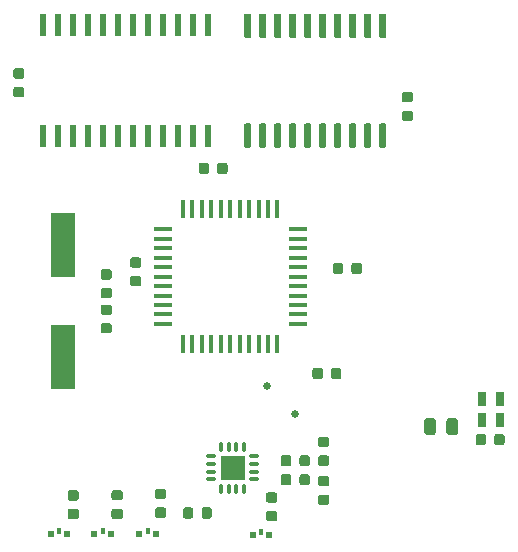
<source format=gtp>
G04 #@! TF.GenerationSoftware,KiCad,Pcbnew,(5.1.4)-1*
G04 #@! TF.CreationDate,2020-11-06T15:37:27+01:00*
G04 #@! TF.ProjectId,usb_to_gpib,7573625f-746f-45f6-9770-69622e6b6963,RevB*
G04 #@! TF.SameCoordinates,Original*
G04 #@! TF.FileFunction,Paste,Top*
G04 #@! TF.FilePolarity,Positive*
%FSLAX46Y46*%
G04 Gerber Fmt 4.6, Leading zero omitted, Abs format (unit mm)*
G04 Created by KiCad (PCBNEW (5.1.4)-1) date 2020-11-06 15:37:27*
%MOMM*%
%LPD*%
G04 APERTURE LIST*
%ADD10O,0.300000X1.000000*%
%ADD11O,1.000000X0.300000*%
%ADD12R,2.000000X2.000000*%
%ADD13C,0.150000*%
%ADD14C,0.600000*%
%ADD15R,1.524000X0.406400*%
%ADD16R,0.406400X1.524000*%
%ADD17C,0.635000*%
%ADD18R,0.635000X1.143000*%
%ADD19C,0.875000*%
%ADD20R,2.000000X5.500000*%
%ADD21C,0.975000*%
%ADD22R,0.400000X0.500000*%
%ADD23R,0.600000X0.600000*%
%ADD24R,0.558000X1.873999*%
G04 APERTURE END LIST*
D10*
X72525000Y-145900000D03*
X73175000Y-145900000D03*
X73825000Y-145900000D03*
X74475000Y-145900000D03*
D11*
X75300000Y-145075000D03*
X75300000Y-144425000D03*
X75300000Y-143775000D03*
X75300000Y-143125000D03*
D10*
X74475000Y-142300000D03*
X73825000Y-142300000D03*
X73175000Y-142300000D03*
X72525000Y-142300000D03*
D11*
X71700000Y-143125000D03*
X71700000Y-143775000D03*
X71700000Y-144425000D03*
X71700000Y-145075000D03*
D12*
X73500000Y-144100000D03*
D13*
G36*
X86379703Y-105625722D02*
G01*
X86394264Y-105627882D01*
X86408543Y-105631459D01*
X86422403Y-105636418D01*
X86435710Y-105642712D01*
X86448336Y-105650280D01*
X86460159Y-105659048D01*
X86471066Y-105668934D01*
X86480952Y-105679841D01*
X86489720Y-105691664D01*
X86497288Y-105704290D01*
X86503582Y-105717597D01*
X86508541Y-105731457D01*
X86512118Y-105745736D01*
X86514278Y-105760297D01*
X86515000Y-105775000D01*
X86515000Y-107525000D01*
X86514278Y-107539703D01*
X86512118Y-107554264D01*
X86508541Y-107568543D01*
X86503582Y-107582403D01*
X86497288Y-107595710D01*
X86489720Y-107608336D01*
X86480952Y-107620159D01*
X86471066Y-107631066D01*
X86460159Y-107640952D01*
X86448336Y-107649720D01*
X86435710Y-107657288D01*
X86422403Y-107663582D01*
X86408543Y-107668541D01*
X86394264Y-107672118D01*
X86379703Y-107674278D01*
X86365000Y-107675000D01*
X86065000Y-107675000D01*
X86050297Y-107674278D01*
X86035736Y-107672118D01*
X86021457Y-107668541D01*
X86007597Y-107663582D01*
X85994290Y-107657288D01*
X85981664Y-107649720D01*
X85969841Y-107640952D01*
X85958934Y-107631066D01*
X85949048Y-107620159D01*
X85940280Y-107608336D01*
X85932712Y-107595710D01*
X85926418Y-107582403D01*
X85921459Y-107568543D01*
X85917882Y-107554264D01*
X85915722Y-107539703D01*
X85915000Y-107525000D01*
X85915000Y-105775000D01*
X85915722Y-105760297D01*
X85917882Y-105745736D01*
X85921459Y-105731457D01*
X85926418Y-105717597D01*
X85932712Y-105704290D01*
X85940280Y-105691664D01*
X85949048Y-105679841D01*
X85958934Y-105668934D01*
X85969841Y-105659048D01*
X85981664Y-105650280D01*
X85994290Y-105642712D01*
X86007597Y-105636418D01*
X86021457Y-105631459D01*
X86035736Y-105627882D01*
X86050297Y-105625722D01*
X86065000Y-105625000D01*
X86365000Y-105625000D01*
X86379703Y-105625722D01*
X86379703Y-105625722D01*
G37*
D14*
X86215000Y-106650000D03*
D13*
G36*
X85109703Y-105625722D02*
G01*
X85124264Y-105627882D01*
X85138543Y-105631459D01*
X85152403Y-105636418D01*
X85165710Y-105642712D01*
X85178336Y-105650280D01*
X85190159Y-105659048D01*
X85201066Y-105668934D01*
X85210952Y-105679841D01*
X85219720Y-105691664D01*
X85227288Y-105704290D01*
X85233582Y-105717597D01*
X85238541Y-105731457D01*
X85242118Y-105745736D01*
X85244278Y-105760297D01*
X85245000Y-105775000D01*
X85245000Y-107525000D01*
X85244278Y-107539703D01*
X85242118Y-107554264D01*
X85238541Y-107568543D01*
X85233582Y-107582403D01*
X85227288Y-107595710D01*
X85219720Y-107608336D01*
X85210952Y-107620159D01*
X85201066Y-107631066D01*
X85190159Y-107640952D01*
X85178336Y-107649720D01*
X85165710Y-107657288D01*
X85152403Y-107663582D01*
X85138543Y-107668541D01*
X85124264Y-107672118D01*
X85109703Y-107674278D01*
X85095000Y-107675000D01*
X84795000Y-107675000D01*
X84780297Y-107674278D01*
X84765736Y-107672118D01*
X84751457Y-107668541D01*
X84737597Y-107663582D01*
X84724290Y-107657288D01*
X84711664Y-107649720D01*
X84699841Y-107640952D01*
X84688934Y-107631066D01*
X84679048Y-107620159D01*
X84670280Y-107608336D01*
X84662712Y-107595710D01*
X84656418Y-107582403D01*
X84651459Y-107568543D01*
X84647882Y-107554264D01*
X84645722Y-107539703D01*
X84645000Y-107525000D01*
X84645000Y-105775000D01*
X84645722Y-105760297D01*
X84647882Y-105745736D01*
X84651459Y-105731457D01*
X84656418Y-105717597D01*
X84662712Y-105704290D01*
X84670280Y-105691664D01*
X84679048Y-105679841D01*
X84688934Y-105668934D01*
X84699841Y-105659048D01*
X84711664Y-105650280D01*
X84724290Y-105642712D01*
X84737597Y-105636418D01*
X84751457Y-105631459D01*
X84765736Y-105627882D01*
X84780297Y-105625722D01*
X84795000Y-105625000D01*
X85095000Y-105625000D01*
X85109703Y-105625722D01*
X85109703Y-105625722D01*
G37*
D14*
X84945000Y-106650000D03*
D13*
G36*
X83839703Y-105625722D02*
G01*
X83854264Y-105627882D01*
X83868543Y-105631459D01*
X83882403Y-105636418D01*
X83895710Y-105642712D01*
X83908336Y-105650280D01*
X83920159Y-105659048D01*
X83931066Y-105668934D01*
X83940952Y-105679841D01*
X83949720Y-105691664D01*
X83957288Y-105704290D01*
X83963582Y-105717597D01*
X83968541Y-105731457D01*
X83972118Y-105745736D01*
X83974278Y-105760297D01*
X83975000Y-105775000D01*
X83975000Y-107525000D01*
X83974278Y-107539703D01*
X83972118Y-107554264D01*
X83968541Y-107568543D01*
X83963582Y-107582403D01*
X83957288Y-107595710D01*
X83949720Y-107608336D01*
X83940952Y-107620159D01*
X83931066Y-107631066D01*
X83920159Y-107640952D01*
X83908336Y-107649720D01*
X83895710Y-107657288D01*
X83882403Y-107663582D01*
X83868543Y-107668541D01*
X83854264Y-107672118D01*
X83839703Y-107674278D01*
X83825000Y-107675000D01*
X83525000Y-107675000D01*
X83510297Y-107674278D01*
X83495736Y-107672118D01*
X83481457Y-107668541D01*
X83467597Y-107663582D01*
X83454290Y-107657288D01*
X83441664Y-107649720D01*
X83429841Y-107640952D01*
X83418934Y-107631066D01*
X83409048Y-107620159D01*
X83400280Y-107608336D01*
X83392712Y-107595710D01*
X83386418Y-107582403D01*
X83381459Y-107568543D01*
X83377882Y-107554264D01*
X83375722Y-107539703D01*
X83375000Y-107525000D01*
X83375000Y-105775000D01*
X83375722Y-105760297D01*
X83377882Y-105745736D01*
X83381459Y-105731457D01*
X83386418Y-105717597D01*
X83392712Y-105704290D01*
X83400280Y-105691664D01*
X83409048Y-105679841D01*
X83418934Y-105668934D01*
X83429841Y-105659048D01*
X83441664Y-105650280D01*
X83454290Y-105642712D01*
X83467597Y-105636418D01*
X83481457Y-105631459D01*
X83495736Y-105627882D01*
X83510297Y-105625722D01*
X83525000Y-105625000D01*
X83825000Y-105625000D01*
X83839703Y-105625722D01*
X83839703Y-105625722D01*
G37*
D14*
X83675000Y-106650000D03*
D13*
G36*
X82569703Y-105625722D02*
G01*
X82584264Y-105627882D01*
X82598543Y-105631459D01*
X82612403Y-105636418D01*
X82625710Y-105642712D01*
X82638336Y-105650280D01*
X82650159Y-105659048D01*
X82661066Y-105668934D01*
X82670952Y-105679841D01*
X82679720Y-105691664D01*
X82687288Y-105704290D01*
X82693582Y-105717597D01*
X82698541Y-105731457D01*
X82702118Y-105745736D01*
X82704278Y-105760297D01*
X82705000Y-105775000D01*
X82705000Y-107525000D01*
X82704278Y-107539703D01*
X82702118Y-107554264D01*
X82698541Y-107568543D01*
X82693582Y-107582403D01*
X82687288Y-107595710D01*
X82679720Y-107608336D01*
X82670952Y-107620159D01*
X82661066Y-107631066D01*
X82650159Y-107640952D01*
X82638336Y-107649720D01*
X82625710Y-107657288D01*
X82612403Y-107663582D01*
X82598543Y-107668541D01*
X82584264Y-107672118D01*
X82569703Y-107674278D01*
X82555000Y-107675000D01*
X82255000Y-107675000D01*
X82240297Y-107674278D01*
X82225736Y-107672118D01*
X82211457Y-107668541D01*
X82197597Y-107663582D01*
X82184290Y-107657288D01*
X82171664Y-107649720D01*
X82159841Y-107640952D01*
X82148934Y-107631066D01*
X82139048Y-107620159D01*
X82130280Y-107608336D01*
X82122712Y-107595710D01*
X82116418Y-107582403D01*
X82111459Y-107568543D01*
X82107882Y-107554264D01*
X82105722Y-107539703D01*
X82105000Y-107525000D01*
X82105000Y-105775000D01*
X82105722Y-105760297D01*
X82107882Y-105745736D01*
X82111459Y-105731457D01*
X82116418Y-105717597D01*
X82122712Y-105704290D01*
X82130280Y-105691664D01*
X82139048Y-105679841D01*
X82148934Y-105668934D01*
X82159841Y-105659048D01*
X82171664Y-105650280D01*
X82184290Y-105642712D01*
X82197597Y-105636418D01*
X82211457Y-105631459D01*
X82225736Y-105627882D01*
X82240297Y-105625722D01*
X82255000Y-105625000D01*
X82555000Y-105625000D01*
X82569703Y-105625722D01*
X82569703Y-105625722D01*
G37*
D14*
X82405000Y-106650000D03*
D13*
G36*
X81299703Y-105625722D02*
G01*
X81314264Y-105627882D01*
X81328543Y-105631459D01*
X81342403Y-105636418D01*
X81355710Y-105642712D01*
X81368336Y-105650280D01*
X81380159Y-105659048D01*
X81391066Y-105668934D01*
X81400952Y-105679841D01*
X81409720Y-105691664D01*
X81417288Y-105704290D01*
X81423582Y-105717597D01*
X81428541Y-105731457D01*
X81432118Y-105745736D01*
X81434278Y-105760297D01*
X81435000Y-105775000D01*
X81435000Y-107525000D01*
X81434278Y-107539703D01*
X81432118Y-107554264D01*
X81428541Y-107568543D01*
X81423582Y-107582403D01*
X81417288Y-107595710D01*
X81409720Y-107608336D01*
X81400952Y-107620159D01*
X81391066Y-107631066D01*
X81380159Y-107640952D01*
X81368336Y-107649720D01*
X81355710Y-107657288D01*
X81342403Y-107663582D01*
X81328543Y-107668541D01*
X81314264Y-107672118D01*
X81299703Y-107674278D01*
X81285000Y-107675000D01*
X80985000Y-107675000D01*
X80970297Y-107674278D01*
X80955736Y-107672118D01*
X80941457Y-107668541D01*
X80927597Y-107663582D01*
X80914290Y-107657288D01*
X80901664Y-107649720D01*
X80889841Y-107640952D01*
X80878934Y-107631066D01*
X80869048Y-107620159D01*
X80860280Y-107608336D01*
X80852712Y-107595710D01*
X80846418Y-107582403D01*
X80841459Y-107568543D01*
X80837882Y-107554264D01*
X80835722Y-107539703D01*
X80835000Y-107525000D01*
X80835000Y-105775000D01*
X80835722Y-105760297D01*
X80837882Y-105745736D01*
X80841459Y-105731457D01*
X80846418Y-105717597D01*
X80852712Y-105704290D01*
X80860280Y-105691664D01*
X80869048Y-105679841D01*
X80878934Y-105668934D01*
X80889841Y-105659048D01*
X80901664Y-105650280D01*
X80914290Y-105642712D01*
X80927597Y-105636418D01*
X80941457Y-105631459D01*
X80955736Y-105627882D01*
X80970297Y-105625722D01*
X80985000Y-105625000D01*
X81285000Y-105625000D01*
X81299703Y-105625722D01*
X81299703Y-105625722D01*
G37*
D14*
X81135000Y-106650000D03*
D13*
G36*
X80029703Y-105625722D02*
G01*
X80044264Y-105627882D01*
X80058543Y-105631459D01*
X80072403Y-105636418D01*
X80085710Y-105642712D01*
X80098336Y-105650280D01*
X80110159Y-105659048D01*
X80121066Y-105668934D01*
X80130952Y-105679841D01*
X80139720Y-105691664D01*
X80147288Y-105704290D01*
X80153582Y-105717597D01*
X80158541Y-105731457D01*
X80162118Y-105745736D01*
X80164278Y-105760297D01*
X80165000Y-105775000D01*
X80165000Y-107525000D01*
X80164278Y-107539703D01*
X80162118Y-107554264D01*
X80158541Y-107568543D01*
X80153582Y-107582403D01*
X80147288Y-107595710D01*
X80139720Y-107608336D01*
X80130952Y-107620159D01*
X80121066Y-107631066D01*
X80110159Y-107640952D01*
X80098336Y-107649720D01*
X80085710Y-107657288D01*
X80072403Y-107663582D01*
X80058543Y-107668541D01*
X80044264Y-107672118D01*
X80029703Y-107674278D01*
X80015000Y-107675000D01*
X79715000Y-107675000D01*
X79700297Y-107674278D01*
X79685736Y-107672118D01*
X79671457Y-107668541D01*
X79657597Y-107663582D01*
X79644290Y-107657288D01*
X79631664Y-107649720D01*
X79619841Y-107640952D01*
X79608934Y-107631066D01*
X79599048Y-107620159D01*
X79590280Y-107608336D01*
X79582712Y-107595710D01*
X79576418Y-107582403D01*
X79571459Y-107568543D01*
X79567882Y-107554264D01*
X79565722Y-107539703D01*
X79565000Y-107525000D01*
X79565000Y-105775000D01*
X79565722Y-105760297D01*
X79567882Y-105745736D01*
X79571459Y-105731457D01*
X79576418Y-105717597D01*
X79582712Y-105704290D01*
X79590280Y-105691664D01*
X79599048Y-105679841D01*
X79608934Y-105668934D01*
X79619841Y-105659048D01*
X79631664Y-105650280D01*
X79644290Y-105642712D01*
X79657597Y-105636418D01*
X79671457Y-105631459D01*
X79685736Y-105627882D01*
X79700297Y-105625722D01*
X79715000Y-105625000D01*
X80015000Y-105625000D01*
X80029703Y-105625722D01*
X80029703Y-105625722D01*
G37*
D14*
X79865000Y-106650000D03*
D13*
G36*
X78759703Y-105625722D02*
G01*
X78774264Y-105627882D01*
X78788543Y-105631459D01*
X78802403Y-105636418D01*
X78815710Y-105642712D01*
X78828336Y-105650280D01*
X78840159Y-105659048D01*
X78851066Y-105668934D01*
X78860952Y-105679841D01*
X78869720Y-105691664D01*
X78877288Y-105704290D01*
X78883582Y-105717597D01*
X78888541Y-105731457D01*
X78892118Y-105745736D01*
X78894278Y-105760297D01*
X78895000Y-105775000D01*
X78895000Y-107525000D01*
X78894278Y-107539703D01*
X78892118Y-107554264D01*
X78888541Y-107568543D01*
X78883582Y-107582403D01*
X78877288Y-107595710D01*
X78869720Y-107608336D01*
X78860952Y-107620159D01*
X78851066Y-107631066D01*
X78840159Y-107640952D01*
X78828336Y-107649720D01*
X78815710Y-107657288D01*
X78802403Y-107663582D01*
X78788543Y-107668541D01*
X78774264Y-107672118D01*
X78759703Y-107674278D01*
X78745000Y-107675000D01*
X78445000Y-107675000D01*
X78430297Y-107674278D01*
X78415736Y-107672118D01*
X78401457Y-107668541D01*
X78387597Y-107663582D01*
X78374290Y-107657288D01*
X78361664Y-107649720D01*
X78349841Y-107640952D01*
X78338934Y-107631066D01*
X78329048Y-107620159D01*
X78320280Y-107608336D01*
X78312712Y-107595710D01*
X78306418Y-107582403D01*
X78301459Y-107568543D01*
X78297882Y-107554264D01*
X78295722Y-107539703D01*
X78295000Y-107525000D01*
X78295000Y-105775000D01*
X78295722Y-105760297D01*
X78297882Y-105745736D01*
X78301459Y-105731457D01*
X78306418Y-105717597D01*
X78312712Y-105704290D01*
X78320280Y-105691664D01*
X78329048Y-105679841D01*
X78338934Y-105668934D01*
X78349841Y-105659048D01*
X78361664Y-105650280D01*
X78374290Y-105642712D01*
X78387597Y-105636418D01*
X78401457Y-105631459D01*
X78415736Y-105627882D01*
X78430297Y-105625722D01*
X78445000Y-105625000D01*
X78745000Y-105625000D01*
X78759703Y-105625722D01*
X78759703Y-105625722D01*
G37*
D14*
X78595000Y-106650000D03*
D13*
G36*
X77489703Y-105625722D02*
G01*
X77504264Y-105627882D01*
X77518543Y-105631459D01*
X77532403Y-105636418D01*
X77545710Y-105642712D01*
X77558336Y-105650280D01*
X77570159Y-105659048D01*
X77581066Y-105668934D01*
X77590952Y-105679841D01*
X77599720Y-105691664D01*
X77607288Y-105704290D01*
X77613582Y-105717597D01*
X77618541Y-105731457D01*
X77622118Y-105745736D01*
X77624278Y-105760297D01*
X77625000Y-105775000D01*
X77625000Y-107525000D01*
X77624278Y-107539703D01*
X77622118Y-107554264D01*
X77618541Y-107568543D01*
X77613582Y-107582403D01*
X77607288Y-107595710D01*
X77599720Y-107608336D01*
X77590952Y-107620159D01*
X77581066Y-107631066D01*
X77570159Y-107640952D01*
X77558336Y-107649720D01*
X77545710Y-107657288D01*
X77532403Y-107663582D01*
X77518543Y-107668541D01*
X77504264Y-107672118D01*
X77489703Y-107674278D01*
X77475000Y-107675000D01*
X77175000Y-107675000D01*
X77160297Y-107674278D01*
X77145736Y-107672118D01*
X77131457Y-107668541D01*
X77117597Y-107663582D01*
X77104290Y-107657288D01*
X77091664Y-107649720D01*
X77079841Y-107640952D01*
X77068934Y-107631066D01*
X77059048Y-107620159D01*
X77050280Y-107608336D01*
X77042712Y-107595710D01*
X77036418Y-107582403D01*
X77031459Y-107568543D01*
X77027882Y-107554264D01*
X77025722Y-107539703D01*
X77025000Y-107525000D01*
X77025000Y-105775000D01*
X77025722Y-105760297D01*
X77027882Y-105745736D01*
X77031459Y-105731457D01*
X77036418Y-105717597D01*
X77042712Y-105704290D01*
X77050280Y-105691664D01*
X77059048Y-105679841D01*
X77068934Y-105668934D01*
X77079841Y-105659048D01*
X77091664Y-105650280D01*
X77104290Y-105642712D01*
X77117597Y-105636418D01*
X77131457Y-105631459D01*
X77145736Y-105627882D01*
X77160297Y-105625722D01*
X77175000Y-105625000D01*
X77475000Y-105625000D01*
X77489703Y-105625722D01*
X77489703Y-105625722D01*
G37*
D14*
X77325000Y-106650000D03*
D13*
G36*
X76219703Y-105625722D02*
G01*
X76234264Y-105627882D01*
X76248543Y-105631459D01*
X76262403Y-105636418D01*
X76275710Y-105642712D01*
X76288336Y-105650280D01*
X76300159Y-105659048D01*
X76311066Y-105668934D01*
X76320952Y-105679841D01*
X76329720Y-105691664D01*
X76337288Y-105704290D01*
X76343582Y-105717597D01*
X76348541Y-105731457D01*
X76352118Y-105745736D01*
X76354278Y-105760297D01*
X76355000Y-105775000D01*
X76355000Y-107525000D01*
X76354278Y-107539703D01*
X76352118Y-107554264D01*
X76348541Y-107568543D01*
X76343582Y-107582403D01*
X76337288Y-107595710D01*
X76329720Y-107608336D01*
X76320952Y-107620159D01*
X76311066Y-107631066D01*
X76300159Y-107640952D01*
X76288336Y-107649720D01*
X76275710Y-107657288D01*
X76262403Y-107663582D01*
X76248543Y-107668541D01*
X76234264Y-107672118D01*
X76219703Y-107674278D01*
X76205000Y-107675000D01*
X75905000Y-107675000D01*
X75890297Y-107674278D01*
X75875736Y-107672118D01*
X75861457Y-107668541D01*
X75847597Y-107663582D01*
X75834290Y-107657288D01*
X75821664Y-107649720D01*
X75809841Y-107640952D01*
X75798934Y-107631066D01*
X75789048Y-107620159D01*
X75780280Y-107608336D01*
X75772712Y-107595710D01*
X75766418Y-107582403D01*
X75761459Y-107568543D01*
X75757882Y-107554264D01*
X75755722Y-107539703D01*
X75755000Y-107525000D01*
X75755000Y-105775000D01*
X75755722Y-105760297D01*
X75757882Y-105745736D01*
X75761459Y-105731457D01*
X75766418Y-105717597D01*
X75772712Y-105704290D01*
X75780280Y-105691664D01*
X75789048Y-105679841D01*
X75798934Y-105668934D01*
X75809841Y-105659048D01*
X75821664Y-105650280D01*
X75834290Y-105642712D01*
X75847597Y-105636418D01*
X75861457Y-105631459D01*
X75875736Y-105627882D01*
X75890297Y-105625722D01*
X75905000Y-105625000D01*
X76205000Y-105625000D01*
X76219703Y-105625722D01*
X76219703Y-105625722D01*
G37*
D14*
X76055000Y-106650000D03*
D13*
G36*
X74949703Y-105625722D02*
G01*
X74964264Y-105627882D01*
X74978543Y-105631459D01*
X74992403Y-105636418D01*
X75005710Y-105642712D01*
X75018336Y-105650280D01*
X75030159Y-105659048D01*
X75041066Y-105668934D01*
X75050952Y-105679841D01*
X75059720Y-105691664D01*
X75067288Y-105704290D01*
X75073582Y-105717597D01*
X75078541Y-105731457D01*
X75082118Y-105745736D01*
X75084278Y-105760297D01*
X75085000Y-105775000D01*
X75085000Y-107525000D01*
X75084278Y-107539703D01*
X75082118Y-107554264D01*
X75078541Y-107568543D01*
X75073582Y-107582403D01*
X75067288Y-107595710D01*
X75059720Y-107608336D01*
X75050952Y-107620159D01*
X75041066Y-107631066D01*
X75030159Y-107640952D01*
X75018336Y-107649720D01*
X75005710Y-107657288D01*
X74992403Y-107663582D01*
X74978543Y-107668541D01*
X74964264Y-107672118D01*
X74949703Y-107674278D01*
X74935000Y-107675000D01*
X74635000Y-107675000D01*
X74620297Y-107674278D01*
X74605736Y-107672118D01*
X74591457Y-107668541D01*
X74577597Y-107663582D01*
X74564290Y-107657288D01*
X74551664Y-107649720D01*
X74539841Y-107640952D01*
X74528934Y-107631066D01*
X74519048Y-107620159D01*
X74510280Y-107608336D01*
X74502712Y-107595710D01*
X74496418Y-107582403D01*
X74491459Y-107568543D01*
X74487882Y-107554264D01*
X74485722Y-107539703D01*
X74485000Y-107525000D01*
X74485000Y-105775000D01*
X74485722Y-105760297D01*
X74487882Y-105745736D01*
X74491459Y-105731457D01*
X74496418Y-105717597D01*
X74502712Y-105704290D01*
X74510280Y-105691664D01*
X74519048Y-105679841D01*
X74528934Y-105668934D01*
X74539841Y-105659048D01*
X74551664Y-105650280D01*
X74564290Y-105642712D01*
X74577597Y-105636418D01*
X74591457Y-105631459D01*
X74605736Y-105627882D01*
X74620297Y-105625722D01*
X74635000Y-105625000D01*
X74935000Y-105625000D01*
X74949703Y-105625722D01*
X74949703Y-105625722D01*
G37*
D14*
X74785000Y-106650000D03*
D13*
G36*
X74949703Y-114925722D02*
G01*
X74964264Y-114927882D01*
X74978543Y-114931459D01*
X74992403Y-114936418D01*
X75005710Y-114942712D01*
X75018336Y-114950280D01*
X75030159Y-114959048D01*
X75041066Y-114968934D01*
X75050952Y-114979841D01*
X75059720Y-114991664D01*
X75067288Y-115004290D01*
X75073582Y-115017597D01*
X75078541Y-115031457D01*
X75082118Y-115045736D01*
X75084278Y-115060297D01*
X75085000Y-115075000D01*
X75085000Y-116825000D01*
X75084278Y-116839703D01*
X75082118Y-116854264D01*
X75078541Y-116868543D01*
X75073582Y-116882403D01*
X75067288Y-116895710D01*
X75059720Y-116908336D01*
X75050952Y-116920159D01*
X75041066Y-116931066D01*
X75030159Y-116940952D01*
X75018336Y-116949720D01*
X75005710Y-116957288D01*
X74992403Y-116963582D01*
X74978543Y-116968541D01*
X74964264Y-116972118D01*
X74949703Y-116974278D01*
X74935000Y-116975000D01*
X74635000Y-116975000D01*
X74620297Y-116974278D01*
X74605736Y-116972118D01*
X74591457Y-116968541D01*
X74577597Y-116963582D01*
X74564290Y-116957288D01*
X74551664Y-116949720D01*
X74539841Y-116940952D01*
X74528934Y-116931066D01*
X74519048Y-116920159D01*
X74510280Y-116908336D01*
X74502712Y-116895710D01*
X74496418Y-116882403D01*
X74491459Y-116868543D01*
X74487882Y-116854264D01*
X74485722Y-116839703D01*
X74485000Y-116825000D01*
X74485000Y-115075000D01*
X74485722Y-115060297D01*
X74487882Y-115045736D01*
X74491459Y-115031457D01*
X74496418Y-115017597D01*
X74502712Y-115004290D01*
X74510280Y-114991664D01*
X74519048Y-114979841D01*
X74528934Y-114968934D01*
X74539841Y-114959048D01*
X74551664Y-114950280D01*
X74564290Y-114942712D01*
X74577597Y-114936418D01*
X74591457Y-114931459D01*
X74605736Y-114927882D01*
X74620297Y-114925722D01*
X74635000Y-114925000D01*
X74935000Y-114925000D01*
X74949703Y-114925722D01*
X74949703Y-114925722D01*
G37*
D14*
X74785000Y-115950000D03*
D13*
G36*
X76219703Y-114925722D02*
G01*
X76234264Y-114927882D01*
X76248543Y-114931459D01*
X76262403Y-114936418D01*
X76275710Y-114942712D01*
X76288336Y-114950280D01*
X76300159Y-114959048D01*
X76311066Y-114968934D01*
X76320952Y-114979841D01*
X76329720Y-114991664D01*
X76337288Y-115004290D01*
X76343582Y-115017597D01*
X76348541Y-115031457D01*
X76352118Y-115045736D01*
X76354278Y-115060297D01*
X76355000Y-115075000D01*
X76355000Y-116825000D01*
X76354278Y-116839703D01*
X76352118Y-116854264D01*
X76348541Y-116868543D01*
X76343582Y-116882403D01*
X76337288Y-116895710D01*
X76329720Y-116908336D01*
X76320952Y-116920159D01*
X76311066Y-116931066D01*
X76300159Y-116940952D01*
X76288336Y-116949720D01*
X76275710Y-116957288D01*
X76262403Y-116963582D01*
X76248543Y-116968541D01*
X76234264Y-116972118D01*
X76219703Y-116974278D01*
X76205000Y-116975000D01*
X75905000Y-116975000D01*
X75890297Y-116974278D01*
X75875736Y-116972118D01*
X75861457Y-116968541D01*
X75847597Y-116963582D01*
X75834290Y-116957288D01*
X75821664Y-116949720D01*
X75809841Y-116940952D01*
X75798934Y-116931066D01*
X75789048Y-116920159D01*
X75780280Y-116908336D01*
X75772712Y-116895710D01*
X75766418Y-116882403D01*
X75761459Y-116868543D01*
X75757882Y-116854264D01*
X75755722Y-116839703D01*
X75755000Y-116825000D01*
X75755000Y-115075000D01*
X75755722Y-115060297D01*
X75757882Y-115045736D01*
X75761459Y-115031457D01*
X75766418Y-115017597D01*
X75772712Y-115004290D01*
X75780280Y-114991664D01*
X75789048Y-114979841D01*
X75798934Y-114968934D01*
X75809841Y-114959048D01*
X75821664Y-114950280D01*
X75834290Y-114942712D01*
X75847597Y-114936418D01*
X75861457Y-114931459D01*
X75875736Y-114927882D01*
X75890297Y-114925722D01*
X75905000Y-114925000D01*
X76205000Y-114925000D01*
X76219703Y-114925722D01*
X76219703Y-114925722D01*
G37*
D14*
X76055000Y-115950000D03*
D13*
G36*
X77489703Y-114925722D02*
G01*
X77504264Y-114927882D01*
X77518543Y-114931459D01*
X77532403Y-114936418D01*
X77545710Y-114942712D01*
X77558336Y-114950280D01*
X77570159Y-114959048D01*
X77581066Y-114968934D01*
X77590952Y-114979841D01*
X77599720Y-114991664D01*
X77607288Y-115004290D01*
X77613582Y-115017597D01*
X77618541Y-115031457D01*
X77622118Y-115045736D01*
X77624278Y-115060297D01*
X77625000Y-115075000D01*
X77625000Y-116825000D01*
X77624278Y-116839703D01*
X77622118Y-116854264D01*
X77618541Y-116868543D01*
X77613582Y-116882403D01*
X77607288Y-116895710D01*
X77599720Y-116908336D01*
X77590952Y-116920159D01*
X77581066Y-116931066D01*
X77570159Y-116940952D01*
X77558336Y-116949720D01*
X77545710Y-116957288D01*
X77532403Y-116963582D01*
X77518543Y-116968541D01*
X77504264Y-116972118D01*
X77489703Y-116974278D01*
X77475000Y-116975000D01*
X77175000Y-116975000D01*
X77160297Y-116974278D01*
X77145736Y-116972118D01*
X77131457Y-116968541D01*
X77117597Y-116963582D01*
X77104290Y-116957288D01*
X77091664Y-116949720D01*
X77079841Y-116940952D01*
X77068934Y-116931066D01*
X77059048Y-116920159D01*
X77050280Y-116908336D01*
X77042712Y-116895710D01*
X77036418Y-116882403D01*
X77031459Y-116868543D01*
X77027882Y-116854264D01*
X77025722Y-116839703D01*
X77025000Y-116825000D01*
X77025000Y-115075000D01*
X77025722Y-115060297D01*
X77027882Y-115045736D01*
X77031459Y-115031457D01*
X77036418Y-115017597D01*
X77042712Y-115004290D01*
X77050280Y-114991664D01*
X77059048Y-114979841D01*
X77068934Y-114968934D01*
X77079841Y-114959048D01*
X77091664Y-114950280D01*
X77104290Y-114942712D01*
X77117597Y-114936418D01*
X77131457Y-114931459D01*
X77145736Y-114927882D01*
X77160297Y-114925722D01*
X77175000Y-114925000D01*
X77475000Y-114925000D01*
X77489703Y-114925722D01*
X77489703Y-114925722D01*
G37*
D14*
X77325000Y-115950000D03*
D13*
G36*
X78759703Y-114925722D02*
G01*
X78774264Y-114927882D01*
X78788543Y-114931459D01*
X78802403Y-114936418D01*
X78815710Y-114942712D01*
X78828336Y-114950280D01*
X78840159Y-114959048D01*
X78851066Y-114968934D01*
X78860952Y-114979841D01*
X78869720Y-114991664D01*
X78877288Y-115004290D01*
X78883582Y-115017597D01*
X78888541Y-115031457D01*
X78892118Y-115045736D01*
X78894278Y-115060297D01*
X78895000Y-115075000D01*
X78895000Y-116825000D01*
X78894278Y-116839703D01*
X78892118Y-116854264D01*
X78888541Y-116868543D01*
X78883582Y-116882403D01*
X78877288Y-116895710D01*
X78869720Y-116908336D01*
X78860952Y-116920159D01*
X78851066Y-116931066D01*
X78840159Y-116940952D01*
X78828336Y-116949720D01*
X78815710Y-116957288D01*
X78802403Y-116963582D01*
X78788543Y-116968541D01*
X78774264Y-116972118D01*
X78759703Y-116974278D01*
X78745000Y-116975000D01*
X78445000Y-116975000D01*
X78430297Y-116974278D01*
X78415736Y-116972118D01*
X78401457Y-116968541D01*
X78387597Y-116963582D01*
X78374290Y-116957288D01*
X78361664Y-116949720D01*
X78349841Y-116940952D01*
X78338934Y-116931066D01*
X78329048Y-116920159D01*
X78320280Y-116908336D01*
X78312712Y-116895710D01*
X78306418Y-116882403D01*
X78301459Y-116868543D01*
X78297882Y-116854264D01*
X78295722Y-116839703D01*
X78295000Y-116825000D01*
X78295000Y-115075000D01*
X78295722Y-115060297D01*
X78297882Y-115045736D01*
X78301459Y-115031457D01*
X78306418Y-115017597D01*
X78312712Y-115004290D01*
X78320280Y-114991664D01*
X78329048Y-114979841D01*
X78338934Y-114968934D01*
X78349841Y-114959048D01*
X78361664Y-114950280D01*
X78374290Y-114942712D01*
X78387597Y-114936418D01*
X78401457Y-114931459D01*
X78415736Y-114927882D01*
X78430297Y-114925722D01*
X78445000Y-114925000D01*
X78745000Y-114925000D01*
X78759703Y-114925722D01*
X78759703Y-114925722D01*
G37*
D14*
X78595000Y-115950000D03*
D13*
G36*
X80029703Y-114925722D02*
G01*
X80044264Y-114927882D01*
X80058543Y-114931459D01*
X80072403Y-114936418D01*
X80085710Y-114942712D01*
X80098336Y-114950280D01*
X80110159Y-114959048D01*
X80121066Y-114968934D01*
X80130952Y-114979841D01*
X80139720Y-114991664D01*
X80147288Y-115004290D01*
X80153582Y-115017597D01*
X80158541Y-115031457D01*
X80162118Y-115045736D01*
X80164278Y-115060297D01*
X80165000Y-115075000D01*
X80165000Y-116825000D01*
X80164278Y-116839703D01*
X80162118Y-116854264D01*
X80158541Y-116868543D01*
X80153582Y-116882403D01*
X80147288Y-116895710D01*
X80139720Y-116908336D01*
X80130952Y-116920159D01*
X80121066Y-116931066D01*
X80110159Y-116940952D01*
X80098336Y-116949720D01*
X80085710Y-116957288D01*
X80072403Y-116963582D01*
X80058543Y-116968541D01*
X80044264Y-116972118D01*
X80029703Y-116974278D01*
X80015000Y-116975000D01*
X79715000Y-116975000D01*
X79700297Y-116974278D01*
X79685736Y-116972118D01*
X79671457Y-116968541D01*
X79657597Y-116963582D01*
X79644290Y-116957288D01*
X79631664Y-116949720D01*
X79619841Y-116940952D01*
X79608934Y-116931066D01*
X79599048Y-116920159D01*
X79590280Y-116908336D01*
X79582712Y-116895710D01*
X79576418Y-116882403D01*
X79571459Y-116868543D01*
X79567882Y-116854264D01*
X79565722Y-116839703D01*
X79565000Y-116825000D01*
X79565000Y-115075000D01*
X79565722Y-115060297D01*
X79567882Y-115045736D01*
X79571459Y-115031457D01*
X79576418Y-115017597D01*
X79582712Y-115004290D01*
X79590280Y-114991664D01*
X79599048Y-114979841D01*
X79608934Y-114968934D01*
X79619841Y-114959048D01*
X79631664Y-114950280D01*
X79644290Y-114942712D01*
X79657597Y-114936418D01*
X79671457Y-114931459D01*
X79685736Y-114927882D01*
X79700297Y-114925722D01*
X79715000Y-114925000D01*
X80015000Y-114925000D01*
X80029703Y-114925722D01*
X80029703Y-114925722D01*
G37*
D14*
X79865000Y-115950000D03*
D13*
G36*
X81299703Y-114925722D02*
G01*
X81314264Y-114927882D01*
X81328543Y-114931459D01*
X81342403Y-114936418D01*
X81355710Y-114942712D01*
X81368336Y-114950280D01*
X81380159Y-114959048D01*
X81391066Y-114968934D01*
X81400952Y-114979841D01*
X81409720Y-114991664D01*
X81417288Y-115004290D01*
X81423582Y-115017597D01*
X81428541Y-115031457D01*
X81432118Y-115045736D01*
X81434278Y-115060297D01*
X81435000Y-115075000D01*
X81435000Y-116825000D01*
X81434278Y-116839703D01*
X81432118Y-116854264D01*
X81428541Y-116868543D01*
X81423582Y-116882403D01*
X81417288Y-116895710D01*
X81409720Y-116908336D01*
X81400952Y-116920159D01*
X81391066Y-116931066D01*
X81380159Y-116940952D01*
X81368336Y-116949720D01*
X81355710Y-116957288D01*
X81342403Y-116963582D01*
X81328543Y-116968541D01*
X81314264Y-116972118D01*
X81299703Y-116974278D01*
X81285000Y-116975000D01*
X80985000Y-116975000D01*
X80970297Y-116974278D01*
X80955736Y-116972118D01*
X80941457Y-116968541D01*
X80927597Y-116963582D01*
X80914290Y-116957288D01*
X80901664Y-116949720D01*
X80889841Y-116940952D01*
X80878934Y-116931066D01*
X80869048Y-116920159D01*
X80860280Y-116908336D01*
X80852712Y-116895710D01*
X80846418Y-116882403D01*
X80841459Y-116868543D01*
X80837882Y-116854264D01*
X80835722Y-116839703D01*
X80835000Y-116825000D01*
X80835000Y-115075000D01*
X80835722Y-115060297D01*
X80837882Y-115045736D01*
X80841459Y-115031457D01*
X80846418Y-115017597D01*
X80852712Y-115004290D01*
X80860280Y-114991664D01*
X80869048Y-114979841D01*
X80878934Y-114968934D01*
X80889841Y-114959048D01*
X80901664Y-114950280D01*
X80914290Y-114942712D01*
X80927597Y-114936418D01*
X80941457Y-114931459D01*
X80955736Y-114927882D01*
X80970297Y-114925722D01*
X80985000Y-114925000D01*
X81285000Y-114925000D01*
X81299703Y-114925722D01*
X81299703Y-114925722D01*
G37*
D14*
X81135000Y-115950000D03*
D13*
G36*
X82569703Y-114925722D02*
G01*
X82584264Y-114927882D01*
X82598543Y-114931459D01*
X82612403Y-114936418D01*
X82625710Y-114942712D01*
X82638336Y-114950280D01*
X82650159Y-114959048D01*
X82661066Y-114968934D01*
X82670952Y-114979841D01*
X82679720Y-114991664D01*
X82687288Y-115004290D01*
X82693582Y-115017597D01*
X82698541Y-115031457D01*
X82702118Y-115045736D01*
X82704278Y-115060297D01*
X82705000Y-115075000D01*
X82705000Y-116825000D01*
X82704278Y-116839703D01*
X82702118Y-116854264D01*
X82698541Y-116868543D01*
X82693582Y-116882403D01*
X82687288Y-116895710D01*
X82679720Y-116908336D01*
X82670952Y-116920159D01*
X82661066Y-116931066D01*
X82650159Y-116940952D01*
X82638336Y-116949720D01*
X82625710Y-116957288D01*
X82612403Y-116963582D01*
X82598543Y-116968541D01*
X82584264Y-116972118D01*
X82569703Y-116974278D01*
X82555000Y-116975000D01*
X82255000Y-116975000D01*
X82240297Y-116974278D01*
X82225736Y-116972118D01*
X82211457Y-116968541D01*
X82197597Y-116963582D01*
X82184290Y-116957288D01*
X82171664Y-116949720D01*
X82159841Y-116940952D01*
X82148934Y-116931066D01*
X82139048Y-116920159D01*
X82130280Y-116908336D01*
X82122712Y-116895710D01*
X82116418Y-116882403D01*
X82111459Y-116868543D01*
X82107882Y-116854264D01*
X82105722Y-116839703D01*
X82105000Y-116825000D01*
X82105000Y-115075000D01*
X82105722Y-115060297D01*
X82107882Y-115045736D01*
X82111459Y-115031457D01*
X82116418Y-115017597D01*
X82122712Y-115004290D01*
X82130280Y-114991664D01*
X82139048Y-114979841D01*
X82148934Y-114968934D01*
X82159841Y-114959048D01*
X82171664Y-114950280D01*
X82184290Y-114942712D01*
X82197597Y-114936418D01*
X82211457Y-114931459D01*
X82225736Y-114927882D01*
X82240297Y-114925722D01*
X82255000Y-114925000D01*
X82555000Y-114925000D01*
X82569703Y-114925722D01*
X82569703Y-114925722D01*
G37*
D14*
X82405000Y-115950000D03*
D13*
G36*
X83839703Y-114925722D02*
G01*
X83854264Y-114927882D01*
X83868543Y-114931459D01*
X83882403Y-114936418D01*
X83895710Y-114942712D01*
X83908336Y-114950280D01*
X83920159Y-114959048D01*
X83931066Y-114968934D01*
X83940952Y-114979841D01*
X83949720Y-114991664D01*
X83957288Y-115004290D01*
X83963582Y-115017597D01*
X83968541Y-115031457D01*
X83972118Y-115045736D01*
X83974278Y-115060297D01*
X83975000Y-115075000D01*
X83975000Y-116825000D01*
X83974278Y-116839703D01*
X83972118Y-116854264D01*
X83968541Y-116868543D01*
X83963582Y-116882403D01*
X83957288Y-116895710D01*
X83949720Y-116908336D01*
X83940952Y-116920159D01*
X83931066Y-116931066D01*
X83920159Y-116940952D01*
X83908336Y-116949720D01*
X83895710Y-116957288D01*
X83882403Y-116963582D01*
X83868543Y-116968541D01*
X83854264Y-116972118D01*
X83839703Y-116974278D01*
X83825000Y-116975000D01*
X83525000Y-116975000D01*
X83510297Y-116974278D01*
X83495736Y-116972118D01*
X83481457Y-116968541D01*
X83467597Y-116963582D01*
X83454290Y-116957288D01*
X83441664Y-116949720D01*
X83429841Y-116940952D01*
X83418934Y-116931066D01*
X83409048Y-116920159D01*
X83400280Y-116908336D01*
X83392712Y-116895710D01*
X83386418Y-116882403D01*
X83381459Y-116868543D01*
X83377882Y-116854264D01*
X83375722Y-116839703D01*
X83375000Y-116825000D01*
X83375000Y-115075000D01*
X83375722Y-115060297D01*
X83377882Y-115045736D01*
X83381459Y-115031457D01*
X83386418Y-115017597D01*
X83392712Y-115004290D01*
X83400280Y-114991664D01*
X83409048Y-114979841D01*
X83418934Y-114968934D01*
X83429841Y-114959048D01*
X83441664Y-114950280D01*
X83454290Y-114942712D01*
X83467597Y-114936418D01*
X83481457Y-114931459D01*
X83495736Y-114927882D01*
X83510297Y-114925722D01*
X83525000Y-114925000D01*
X83825000Y-114925000D01*
X83839703Y-114925722D01*
X83839703Y-114925722D01*
G37*
D14*
X83675000Y-115950000D03*
D13*
G36*
X85109703Y-114925722D02*
G01*
X85124264Y-114927882D01*
X85138543Y-114931459D01*
X85152403Y-114936418D01*
X85165710Y-114942712D01*
X85178336Y-114950280D01*
X85190159Y-114959048D01*
X85201066Y-114968934D01*
X85210952Y-114979841D01*
X85219720Y-114991664D01*
X85227288Y-115004290D01*
X85233582Y-115017597D01*
X85238541Y-115031457D01*
X85242118Y-115045736D01*
X85244278Y-115060297D01*
X85245000Y-115075000D01*
X85245000Y-116825000D01*
X85244278Y-116839703D01*
X85242118Y-116854264D01*
X85238541Y-116868543D01*
X85233582Y-116882403D01*
X85227288Y-116895710D01*
X85219720Y-116908336D01*
X85210952Y-116920159D01*
X85201066Y-116931066D01*
X85190159Y-116940952D01*
X85178336Y-116949720D01*
X85165710Y-116957288D01*
X85152403Y-116963582D01*
X85138543Y-116968541D01*
X85124264Y-116972118D01*
X85109703Y-116974278D01*
X85095000Y-116975000D01*
X84795000Y-116975000D01*
X84780297Y-116974278D01*
X84765736Y-116972118D01*
X84751457Y-116968541D01*
X84737597Y-116963582D01*
X84724290Y-116957288D01*
X84711664Y-116949720D01*
X84699841Y-116940952D01*
X84688934Y-116931066D01*
X84679048Y-116920159D01*
X84670280Y-116908336D01*
X84662712Y-116895710D01*
X84656418Y-116882403D01*
X84651459Y-116868543D01*
X84647882Y-116854264D01*
X84645722Y-116839703D01*
X84645000Y-116825000D01*
X84645000Y-115075000D01*
X84645722Y-115060297D01*
X84647882Y-115045736D01*
X84651459Y-115031457D01*
X84656418Y-115017597D01*
X84662712Y-115004290D01*
X84670280Y-114991664D01*
X84679048Y-114979841D01*
X84688934Y-114968934D01*
X84699841Y-114959048D01*
X84711664Y-114950280D01*
X84724290Y-114942712D01*
X84737597Y-114936418D01*
X84751457Y-114931459D01*
X84765736Y-114927882D01*
X84780297Y-114925722D01*
X84795000Y-114925000D01*
X85095000Y-114925000D01*
X85109703Y-114925722D01*
X85109703Y-114925722D01*
G37*
D14*
X84945000Y-115950000D03*
D13*
G36*
X86379703Y-114925722D02*
G01*
X86394264Y-114927882D01*
X86408543Y-114931459D01*
X86422403Y-114936418D01*
X86435710Y-114942712D01*
X86448336Y-114950280D01*
X86460159Y-114959048D01*
X86471066Y-114968934D01*
X86480952Y-114979841D01*
X86489720Y-114991664D01*
X86497288Y-115004290D01*
X86503582Y-115017597D01*
X86508541Y-115031457D01*
X86512118Y-115045736D01*
X86514278Y-115060297D01*
X86515000Y-115075000D01*
X86515000Y-116825000D01*
X86514278Y-116839703D01*
X86512118Y-116854264D01*
X86508541Y-116868543D01*
X86503582Y-116882403D01*
X86497288Y-116895710D01*
X86489720Y-116908336D01*
X86480952Y-116920159D01*
X86471066Y-116931066D01*
X86460159Y-116940952D01*
X86448336Y-116949720D01*
X86435710Y-116957288D01*
X86422403Y-116963582D01*
X86408543Y-116968541D01*
X86394264Y-116972118D01*
X86379703Y-116974278D01*
X86365000Y-116975000D01*
X86065000Y-116975000D01*
X86050297Y-116974278D01*
X86035736Y-116972118D01*
X86021457Y-116968541D01*
X86007597Y-116963582D01*
X85994290Y-116957288D01*
X85981664Y-116949720D01*
X85969841Y-116940952D01*
X85958934Y-116931066D01*
X85949048Y-116920159D01*
X85940280Y-116908336D01*
X85932712Y-116895710D01*
X85926418Y-116882403D01*
X85921459Y-116868543D01*
X85917882Y-116854264D01*
X85915722Y-116839703D01*
X85915000Y-116825000D01*
X85915000Y-115075000D01*
X85915722Y-115060297D01*
X85917882Y-115045736D01*
X85921459Y-115031457D01*
X85926418Y-115017597D01*
X85932712Y-115004290D01*
X85940280Y-114991664D01*
X85949048Y-114979841D01*
X85958934Y-114968934D01*
X85969841Y-114959048D01*
X85981664Y-114950280D01*
X85994290Y-114942712D01*
X86007597Y-114936418D01*
X86021457Y-114931459D01*
X86035736Y-114927882D01*
X86050297Y-114925722D01*
X86065000Y-114925000D01*
X86365000Y-114925000D01*
X86379703Y-114925722D01*
X86379703Y-114925722D01*
G37*
D14*
X86215000Y-115950000D03*
D15*
X79015000Y-131900500D03*
X67585000Y-131900500D03*
X67585000Y-131100400D03*
X79015000Y-131100400D03*
X79015000Y-130300300D03*
X67585000Y-130300300D03*
X67585000Y-129500200D03*
X79015000Y-129500200D03*
X79015000Y-128700100D03*
X67585000Y-128700100D03*
X67585000Y-123899500D03*
X79015000Y-123899500D03*
X79015000Y-124699600D03*
X67585000Y-124699600D03*
X67585000Y-125499700D03*
X79015000Y-125499700D03*
X79015000Y-126299800D03*
X67585000Y-126299800D03*
X67585000Y-127099900D03*
X79015000Y-127099900D03*
X67585000Y-127900000D03*
X79015000Y-127900000D03*
D16*
X69299500Y-122185000D03*
X70099600Y-122185000D03*
X70899700Y-122185000D03*
X71699800Y-122185000D03*
X72499900Y-122185000D03*
X77300500Y-122185000D03*
X76500400Y-122185000D03*
X75700300Y-122185000D03*
X74900200Y-122185000D03*
X74100100Y-122185000D03*
X73300000Y-122185000D03*
X69299500Y-133615000D03*
X70099600Y-133615000D03*
X70899700Y-133615000D03*
X71699800Y-133615000D03*
X72499900Y-133615000D03*
X77300500Y-133615000D03*
X76500400Y-133615000D03*
X75700300Y-133615000D03*
X74900200Y-133615000D03*
X74100100Y-133615000D03*
X73300000Y-133615000D03*
D17*
X78800000Y-139500000D03*
X76400000Y-137200000D03*
D18*
X96124000Y-138300000D03*
X94600000Y-138300000D03*
X96100000Y-140000000D03*
X94576000Y-140000000D03*
D13*
G36*
X77077691Y-146163553D02*
G01*
X77098926Y-146166703D01*
X77119750Y-146171919D01*
X77139962Y-146179151D01*
X77159368Y-146188330D01*
X77177781Y-146199366D01*
X77195024Y-146212154D01*
X77210930Y-146226570D01*
X77225346Y-146242476D01*
X77238134Y-146259719D01*
X77249170Y-146278132D01*
X77258349Y-146297538D01*
X77265581Y-146317750D01*
X77270797Y-146338574D01*
X77273947Y-146359809D01*
X77275000Y-146381250D01*
X77275000Y-146818750D01*
X77273947Y-146840191D01*
X77270797Y-146861426D01*
X77265581Y-146882250D01*
X77258349Y-146902462D01*
X77249170Y-146921868D01*
X77238134Y-146940281D01*
X77225346Y-146957524D01*
X77210930Y-146973430D01*
X77195024Y-146987846D01*
X77177781Y-147000634D01*
X77159368Y-147011670D01*
X77139962Y-147020849D01*
X77119750Y-147028081D01*
X77098926Y-147033297D01*
X77077691Y-147036447D01*
X77056250Y-147037500D01*
X76543750Y-147037500D01*
X76522309Y-147036447D01*
X76501074Y-147033297D01*
X76480250Y-147028081D01*
X76460038Y-147020849D01*
X76440632Y-147011670D01*
X76422219Y-147000634D01*
X76404976Y-146987846D01*
X76389070Y-146973430D01*
X76374654Y-146957524D01*
X76361866Y-146940281D01*
X76350830Y-146921868D01*
X76341651Y-146902462D01*
X76334419Y-146882250D01*
X76329203Y-146861426D01*
X76326053Y-146840191D01*
X76325000Y-146818750D01*
X76325000Y-146381250D01*
X76326053Y-146359809D01*
X76329203Y-146338574D01*
X76334419Y-146317750D01*
X76341651Y-146297538D01*
X76350830Y-146278132D01*
X76361866Y-146259719D01*
X76374654Y-146242476D01*
X76389070Y-146226570D01*
X76404976Y-146212154D01*
X76422219Y-146199366D01*
X76440632Y-146188330D01*
X76460038Y-146179151D01*
X76480250Y-146171919D01*
X76501074Y-146166703D01*
X76522309Y-146163553D01*
X76543750Y-146162500D01*
X77056250Y-146162500D01*
X77077691Y-146163553D01*
X77077691Y-146163553D01*
G37*
D19*
X76800000Y-146600000D03*
D13*
G36*
X77077691Y-147738553D02*
G01*
X77098926Y-147741703D01*
X77119750Y-147746919D01*
X77139962Y-147754151D01*
X77159368Y-147763330D01*
X77177781Y-147774366D01*
X77195024Y-147787154D01*
X77210930Y-147801570D01*
X77225346Y-147817476D01*
X77238134Y-147834719D01*
X77249170Y-147853132D01*
X77258349Y-147872538D01*
X77265581Y-147892750D01*
X77270797Y-147913574D01*
X77273947Y-147934809D01*
X77275000Y-147956250D01*
X77275000Y-148393750D01*
X77273947Y-148415191D01*
X77270797Y-148436426D01*
X77265581Y-148457250D01*
X77258349Y-148477462D01*
X77249170Y-148496868D01*
X77238134Y-148515281D01*
X77225346Y-148532524D01*
X77210930Y-148548430D01*
X77195024Y-148562846D01*
X77177781Y-148575634D01*
X77159368Y-148586670D01*
X77139962Y-148595849D01*
X77119750Y-148603081D01*
X77098926Y-148608297D01*
X77077691Y-148611447D01*
X77056250Y-148612500D01*
X76543750Y-148612500D01*
X76522309Y-148611447D01*
X76501074Y-148608297D01*
X76480250Y-148603081D01*
X76460038Y-148595849D01*
X76440632Y-148586670D01*
X76422219Y-148575634D01*
X76404976Y-148562846D01*
X76389070Y-148548430D01*
X76374654Y-148532524D01*
X76361866Y-148515281D01*
X76350830Y-148496868D01*
X76341651Y-148477462D01*
X76334419Y-148457250D01*
X76329203Y-148436426D01*
X76326053Y-148415191D01*
X76325000Y-148393750D01*
X76325000Y-147956250D01*
X76326053Y-147934809D01*
X76329203Y-147913574D01*
X76334419Y-147892750D01*
X76341651Y-147872538D01*
X76350830Y-147853132D01*
X76361866Y-147834719D01*
X76374654Y-147817476D01*
X76389070Y-147801570D01*
X76404976Y-147787154D01*
X76422219Y-147774366D01*
X76440632Y-147763330D01*
X76460038Y-147754151D01*
X76480250Y-147746919D01*
X76501074Y-147741703D01*
X76522309Y-147738553D01*
X76543750Y-147737500D01*
X77056250Y-147737500D01*
X77077691Y-147738553D01*
X77077691Y-147738553D01*
G37*
D19*
X76800000Y-148175000D03*
D13*
G36*
X67677691Y-147438553D02*
G01*
X67698926Y-147441703D01*
X67719750Y-147446919D01*
X67739962Y-147454151D01*
X67759368Y-147463330D01*
X67777781Y-147474366D01*
X67795024Y-147487154D01*
X67810930Y-147501570D01*
X67825346Y-147517476D01*
X67838134Y-147534719D01*
X67849170Y-147553132D01*
X67858349Y-147572538D01*
X67865581Y-147592750D01*
X67870797Y-147613574D01*
X67873947Y-147634809D01*
X67875000Y-147656250D01*
X67875000Y-148093750D01*
X67873947Y-148115191D01*
X67870797Y-148136426D01*
X67865581Y-148157250D01*
X67858349Y-148177462D01*
X67849170Y-148196868D01*
X67838134Y-148215281D01*
X67825346Y-148232524D01*
X67810930Y-148248430D01*
X67795024Y-148262846D01*
X67777781Y-148275634D01*
X67759368Y-148286670D01*
X67739962Y-148295849D01*
X67719750Y-148303081D01*
X67698926Y-148308297D01*
X67677691Y-148311447D01*
X67656250Y-148312500D01*
X67143750Y-148312500D01*
X67122309Y-148311447D01*
X67101074Y-148308297D01*
X67080250Y-148303081D01*
X67060038Y-148295849D01*
X67040632Y-148286670D01*
X67022219Y-148275634D01*
X67004976Y-148262846D01*
X66989070Y-148248430D01*
X66974654Y-148232524D01*
X66961866Y-148215281D01*
X66950830Y-148196868D01*
X66941651Y-148177462D01*
X66934419Y-148157250D01*
X66929203Y-148136426D01*
X66926053Y-148115191D01*
X66925000Y-148093750D01*
X66925000Y-147656250D01*
X66926053Y-147634809D01*
X66929203Y-147613574D01*
X66934419Y-147592750D01*
X66941651Y-147572538D01*
X66950830Y-147553132D01*
X66961866Y-147534719D01*
X66974654Y-147517476D01*
X66989070Y-147501570D01*
X67004976Y-147487154D01*
X67022219Y-147474366D01*
X67040632Y-147463330D01*
X67060038Y-147454151D01*
X67080250Y-147446919D01*
X67101074Y-147441703D01*
X67122309Y-147438553D01*
X67143750Y-147437500D01*
X67656250Y-147437500D01*
X67677691Y-147438553D01*
X67677691Y-147438553D01*
G37*
D19*
X67400000Y-147875000D03*
D13*
G36*
X67677691Y-145863553D02*
G01*
X67698926Y-145866703D01*
X67719750Y-145871919D01*
X67739962Y-145879151D01*
X67759368Y-145888330D01*
X67777781Y-145899366D01*
X67795024Y-145912154D01*
X67810930Y-145926570D01*
X67825346Y-145942476D01*
X67838134Y-145959719D01*
X67849170Y-145978132D01*
X67858349Y-145997538D01*
X67865581Y-146017750D01*
X67870797Y-146038574D01*
X67873947Y-146059809D01*
X67875000Y-146081250D01*
X67875000Y-146518750D01*
X67873947Y-146540191D01*
X67870797Y-146561426D01*
X67865581Y-146582250D01*
X67858349Y-146602462D01*
X67849170Y-146621868D01*
X67838134Y-146640281D01*
X67825346Y-146657524D01*
X67810930Y-146673430D01*
X67795024Y-146687846D01*
X67777781Y-146700634D01*
X67759368Y-146711670D01*
X67739962Y-146720849D01*
X67719750Y-146728081D01*
X67698926Y-146733297D01*
X67677691Y-146736447D01*
X67656250Y-146737500D01*
X67143750Y-146737500D01*
X67122309Y-146736447D01*
X67101074Y-146733297D01*
X67080250Y-146728081D01*
X67060038Y-146720849D01*
X67040632Y-146711670D01*
X67022219Y-146700634D01*
X67004976Y-146687846D01*
X66989070Y-146673430D01*
X66974654Y-146657524D01*
X66961866Y-146640281D01*
X66950830Y-146621868D01*
X66941651Y-146602462D01*
X66934419Y-146582250D01*
X66929203Y-146561426D01*
X66926053Y-146540191D01*
X66925000Y-146518750D01*
X66925000Y-146081250D01*
X66926053Y-146059809D01*
X66929203Y-146038574D01*
X66934419Y-146017750D01*
X66941651Y-145997538D01*
X66950830Y-145978132D01*
X66961866Y-145959719D01*
X66974654Y-145942476D01*
X66989070Y-145926570D01*
X67004976Y-145912154D01*
X67022219Y-145899366D01*
X67040632Y-145888330D01*
X67060038Y-145879151D01*
X67080250Y-145871919D01*
X67101074Y-145866703D01*
X67122309Y-145863553D01*
X67143750Y-145862500D01*
X67656250Y-145862500D01*
X67677691Y-145863553D01*
X67677691Y-145863553D01*
G37*
D19*
X67400000Y-146300000D03*
D13*
G36*
X60277691Y-145988553D02*
G01*
X60298926Y-145991703D01*
X60319750Y-145996919D01*
X60339962Y-146004151D01*
X60359368Y-146013330D01*
X60377781Y-146024366D01*
X60395024Y-146037154D01*
X60410930Y-146051570D01*
X60425346Y-146067476D01*
X60438134Y-146084719D01*
X60449170Y-146103132D01*
X60458349Y-146122538D01*
X60465581Y-146142750D01*
X60470797Y-146163574D01*
X60473947Y-146184809D01*
X60475000Y-146206250D01*
X60475000Y-146643750D01*
X60473947Y-146665191D01*
X60470797Y-146686426D01*
X60465581Y-146707250D01*
X60458349Y-146727462D01*
X60449170Y-146746868D01*
X60438134Y-146765281D01*
X60425346Y-146782524D01*
X60410930Y-146798430D01*
X60395024Y-146812846D01*
X60377781Y-146825634D01*
X60359368Y-146836670D01*
X60339962Y-146845849D01*
X60319750Y-146853081D01*
X60298926Y-146858297D01*
X60277691Y-146861447D01*
X60256250Y-146862500D01*
X59743750Y-146862500D01*
X59722309Y-146861447D01*
X59701074Y-146858297D01*
X59680250Y-146853081D01*
X59660038Y-146845849D01*
X59640632Y-146836670D01*
X59622219Y-146825634D01*
X59604976Y-146812846D01*
X59589070Y-146798430D01*
X59574654Y-146782524D01*
X59561866Y-146765281D01*
X59550830Y-146746868D01*
X59541651Y-146727462D01*
X59534419Y-146707250D01*
X59529203Y-146686426D01*
X59526053Y-146665191D01*
X59525000Y-146643750D01*
X59525000Y-146206250D01*
X59526053Y-146184809D01*
X59529203Y-146163574D01*
X59534419Y-146142750D01*
X59541651Y-146122538D01*
X59550830Y-146103132D01*
X59561866Y-146084719D01*
X59574654Y-146067476D01*
X59589070Y-146051570D01*
X59604976Y-146037154D01*
X59622219Y-146024366D01*
X59640632Y-146013330D01*
X59660038Y-146004151D01*
X59680250Y-145996919D01*
X59701074Y-145991703D01*
X59722309Y-145988553D01*
X59743750Y-145987500D01*
X60256250Y-145987500D01*
X60277691Y-145988553D01*
X60277691Y-145988553D01*
G37*
D19*
X60000000Y-146425000D03*
D13*
G36*
X60277691Y-147563553D02*
G01*
X60298926Y-147566703D01*
X60319750Y-147571919D01*
X60339962Y-147579151D01*
X60359368Y-147588330D01*
X60377781Y-147599366D01*
X60395024Y-147612154D01*
X60410930Y-147626570D01*
X60425346Y-147642476D01*
X60438134Y-147659719D01*
X60449170Y-147678132D01*
X60458349Y-147697538D01*
X60465581Y-147717750D01*
X60470797Y-147738574D01*
X60473947Y-147759809D01*
X60475000Y-147781250D01*
X60475000Y-148218750D01*
X60473947Y-148240191D01*
X60470797Y-148261426D01*
X60465581Y-148282250D01*
X60458349Y-148302462D01*
X60449170Y-148321868D01*
X60438134Y-148340281D01*
X60425346Y-148357524D01*
X60410930Y-148373430D01*
X60395024Y-148387846D01*
X60377781Y-148400634D01*
X60359368Y-148411670D01*
X60339962Y-148420849D01*
X60319750Y-148428081D01*
X60298926Y-148433297D01*
X60277691Y-148436447D01*
X60256250Y-148437500D01*
X59743750Y-148437500D01*
X59722309Y-148436447D01*
X59701074Y-148433297D01*
X59680250Y-148428081D01*
X59660038Y-148420849D01*
X59640632Y-148411670D01*
X59622219Y-148400634D01*
X59604976Y-148387846D01*
X59589070Y-148373430D01*
X59574654Y-148357524D01*
X59561866Y-148340281D01*
X59550830Y-148321868D01*
X59541651Y-148302462D01*
X59534419Y-148282250D01*
X59529203Y-148261426D01*
X59526053Y-148240191D01*
X59525000Y-148218750D01*
X59525000Y-147781250D01*
X59526053Y-147759809D01*
X59529203Y-147738574D01*
X59534419Y-147717750D01*
X59541651Y-147697538D01*
X59550830Y-147678132D01*
X59561866Y-147659719D01*
X59574654Y-147642476D01*
X59589070Y-147626570D01*
X59604976Y-147612154D01*
X59622219Y-147599366D01*
X59640632Y-147588330D01*
X59660038Y-147579151D01*
X59680250Y-147571919D01*
X59701074Y-147566703D01*
X59722309Y-147563553D01*
X59743750Y-147562500D01*
X60256250Y-147562500D01*
X60277691Y-147563553D01*
X60277691Y-147563553D01*
G37*
D19*
X60000000Y-148000000D03*
D13*
G36*
X63997691Y-147553553D02*
G01*
X64018926Y-147556703D01*
X64039750Y-147561919D01*
X64059962Y-147569151D01*
X64079368Y-147578330D01*
X64097781Y-147589366D01*
X64115024Y-147602154D01*
X64130930Y-147616570D01*
X64145346Y-147632476D01*
X64158134Y-147649719D01*
X64169170Y-147668132D01*
X64178349Y-147687538D01*
X64185581Y-147707750D01*
X64190797Y-147728574D01*
X64193947Y-147749809D01*
X64195000Y-147771250D01*
X64195000Y-148208750D01*
X64193947Y-148230191D01*
X64190797Y-148251426D01*
X64185581Y-148272250D01*
X64178349Y-148292462D01*
X64169170Y-148311868D01*
X64158134Y-148330281D01*
X64145346Y-148347524D01*
X64130930Y-148363430D01*
X64115024Y-148377846D01*
X64097781Y-148390634D01*
X64079368Y-148401670D01*
X64059962Y-148410849D01*
X64039750Y-148418081D01*
X64018926Y-148423297D01*
X63997691Y-148426447D01*
X63976250Y-148427500D01*
X63463750Y-148427500D01*
X63442309Y-148426447D01*
X63421074Y-148423297D01*
X63400250Y-148418081D01*
X63380038Y-148410849D01*
X63360632Y-148401670D01*
X63342219Y-148390634D01*
X63324976Y-148377846D01*
X63309070Y-148363430D01*
X63294654Y-148347524D01*
X63281866Y-148330281D01*
X63270830Y-148311868D01*
X63261651Y-148292462D01*
X63254419Y-148272250D01*
X63249203Y-148251426D01*
X63246053Y-148230191D01*
X63245000Y-148208750D01*
X63245000Y-147771250D01*
X63246053Y-147749809D01*
X63249203Y-147728574D01*
X63254419Y-147707750D01*
X63261651Y-147687538D01*
X63270830Y-147668132D01*
X63281866Y-147649719D01*
X63294654Y-147632476D01*
X63309070Y-147616570D01*
X63324976Y-147602154D01*
X63342219Y-147589366D01*
X63360632Y-147578330D01*
X63380038Y-147569151D01*
X63400250Y-147561919D01*
X63421074Y-147556703D01*
X63442309Y-147553553D01*
X63463750Y-147552500D01*
X63976250Y-147552500D01*
X63997691Y-147553553D01*
X63997691Y-147553553D01*
G37*
D19*
X63720000Y-147990000D03*
D13*
G36*
X63997691Y-145978553D02*
G01*
X64018926Y-145981703D01*
X64039750Y-145986919D01*
X64059962Y-145994151D01*
X64079368Y-146003330D01*
X64097781Y-146014366D01*
X64115024Y-146027154D01*
X64130930Y-146041570D01*
X64145346Y-146057476D01*
X64158134Y-146074719D01*
X64169170Y-146093132D01*
X64178349Y-146112538D01*
X64185581Y-146132750D01*
X64190797Y-146153574D01*
X64193947Y-146174809D01*
X64195000Y-146196250D01*
X64195000Y-146633750D01*
X64193947Y-146655191D01*
X64190797Y-146676426D01*
X64185581Y-146697250D01*
X64178349Y-146717462D01*
X64169170Y-146736868D01*
X64158134Y-146755281D01*
X64145346Y-146772524D01*
X64130930Y-146788430D01*
X64115024Y-146802846D01*
X64097781Y-146815634D01*
X64079368Y-146826670D01*
X64059962Y-146835849D01*
X64039750Y-146843081D01*
X64018926Y-146848297D01*
X63997691Y-146851447D01*
X63976250Y-146852500D01*
X63463750Y-146852500D01*
X63442309Y-146851447D01*
X63421074Y-146848297D01*
X63400250Y-146843081D01*
X63380038Y-146835849D01*
X63360632Y-146826670D01*
X63342219Y-146815634D01*
X63324976Y-146802846D01*
X63309070Y-146788430D01*
X63294654Y-146772524D01*
X63281866Y-146755281D01*
X63270830Y-146736868D01*
X63261651Y-146717462D01*
X63254419Y-146697250D01*
X63249203Y-146676426D01*
X63246053Y-146655191D01*
X63245000Y-146633750D01*
X63245000Y-146196250D01*
X63246053Y-146174809D01*
X63249203Y-146153574D01*
X63254419Y-146132750D01*
X63261651Y-146112538D01*
X63270830Y-146093132D01*
X63281866Y-146074719D01*
X63294654Y-146057476D01*
X63309070Y-146041570D01*
X63324976Y-146027154D01*
X63342219Y-146014366D01*
X63360632Y-146003330D01*
X63380038Y-145994151D01*
X63400250Y-145986919D01*
X63421074Y-145981703D01*
X63442309Y-145978553D01*
X63463750Y-145977500D01*
X63976250Y-145977500D01*
X63997691Y-145978553D01*
X63997691Y-145978553D01*
G37*
D19*
X63720000Y-146415000D03*
D13*
G36*
X78265191Y-143026053D02*
G01*
X78286426Y-143029203D01*
X78307250Y-143034419D01*
X78327462Y-143041651D01*
X78346868Y-143050830D01*
X78365281Y-143061866D01*
X78382524Y-143074654D01*
X78398430Y-143089070D01*
X78412846Y-143104976D01*
X78425634Y-143122219D01*
X78436670Y-143140632D01*
X78445849Y-143160038D01*
X78453081Y-143180250D01*
X78458297Y-143201074D01*
X78461447Y-143222309D01*
X78462500Y-143243750D01*
X78462500Y-143756250D01*
X78461447Y-143777691D01*
X78458297Y-143798926D01*
X78453081Y-143819750D01*
X78445849Y-143839962D01*
X78436670Y-143859368D01*
X78425634Y-143877781D01*
X78412846Y-143895024D01*
X78398430Y-143910930D01*
X78382524Y-143925346D01*
X78365281Y-143938134D01*
X78346868Y-143949170D01*
X78327462Y-143958349D01*
X78307250Y-143965581D01*
X78286426Y-143970797D01*
X78265191Y-143973947D01*
X78243750Y-143975000D01*
X77806250Y-143975000D01*
X77784809Y-143973947D01*
X77763574Y-143970797D01*
X77742750Y-143965581D01*
X77722538Y-143958349D01*
X77703132Y-143949170D01*
X77684719Y-143938134D01*
X77667476Y-143925346D01*
X77651570Y-143910930D01*
X77637154Y-143895024D01*
X77624366Y-143877781D01*
X77613330Y-143859368D01*
X77604151Y-143839962D01*
X77596919Y-143819750D01*
X77591703Y-143798926D01*
X77588553Y-143777691D01*
X77587500Y-143756250D01*
X77587500Y-143243750D01*
X77588553Y-143222309D01*
X77591703Y-143201074D01*
X77596919Y-143180250D01*
X77604151Y-143160038D01*
X77613330Y-143140632D01*
X77624366Y-143122219D01*
X77637154Y-143104976D01*
X77651570Y-143089070D01*
X77667476Y-143074654D01*
X77684719Y-143061866D01*
X77703132Y-143050830D01*
X77722538Y-143041651D01*
X77742750Y-143034419D01*
X77763574Y-143029203D01*
X77784809Y-143026053D01*
X77806250Y-143025000D01*
X78243750Y-143025000D01*
X78265191Y-143026053D01*
X78265191Y-143026053D01*
G37*
D19*
X78025000Y-143500000D03*
D13*
G36*
X79840191Y-143026053D02*
G01*
X79861426Y-143029203D01*
X79882250Y-143034419D01*
X79902462Y-143041651D01*
X79921868Y-143050830D01*
X79940281Y-143061866D01*
X79957524Y-143074654D01*
X79973430Y-143089070D01*
X79987846Y-143104976D01*
X80000634Y-143122219D01*
X80011670Y-143140632D01*
X80020849Y-143160038D01*
X80028081Y-143180250D01*
X80033297Y-143201074D01*
X80036447Y-143222309D01*
X80037500Y-143243750D01*
X80037500Y-143756250D01*
X80036447Y-143777691D01*
X80033297Y-143798926D01*
X80028081Y-143819750D01*
X80020849Y-143839962D01*
X80011670Y-143859368D01*
X80000634Y-143877781D01*
X79987846Y-143895024D01*
X79973430Y-143910930D01*
X79957524Y-143925346D01*
X79940281Y-143938134D01*
X79921868Y-143949170D01*
X79902462Y-143958349D01*
X79882250Y-143965581D01*
X79861426Y-143970797D01*
X79840191Y-143973947D01*
X79818750Y-143975000D01*
X79381250Y-143975000D01*
X79359809Y-143973947D01*
X79338574Y-143970797D01*
X79317750Y-143965581D01*
X79297538Y-143958349D01*
X79278132Y-143949170D01*
X79259719Y-143938134D01*
X79242476Y-143925346D01*
X79226570Y-143910930D01*
X79212154Y-143895024D01*
X79199366Y-143877781D01*
X79188330Y-143859368D01*
X79179151Y-143839962D01*
X79171919Y-143819750D01*
X79166703Y-143798926D01*
X79163553Y-143777691D01*
X79162500Y-143756250D01*
X79162500Y-143243750D01*
X79163553Y-143222309D01*
X79166703Y-143201074D01*
X79171919Y-143180250D01*
X79179151Y-143160038D01*
X79188330Y-143140632D01*
X79199366Y-143122219D01*
X79212154Y-143104976D01*
X79226570Y-143089070D01*
X79242476Y-143074654D01*
X79259719Y-143061866D01*
X79278132Y-143050830D01*
X79297538Y-143041651D01*
X79317750Y-143034419D01*
X79338574Y-143029203D01*
X79359809Y-143026053D01*
X79381250Y-143025000D01*
X79818750Y-143025000D01*
X79840191Y-143026053D01*
X79840191Y-143026053D01*
G37*
D19*
X79600000Y-143500000D03*
D13*
G36*
X79840191Y-144626053D02*
G01*
X79861426Y-144629203D01*
X79882250Y-144634419D01*
X79902462Y-144641651D01*
X79921868Y-144650830D01*
X79940281Y-144661866D01*
X79957524Y-144674654D01*
X79973430Y-144689070D01*
X79987846Y-144704976D01*
X80000634Y-144722219D01*
X80011670Y-144740632D01*
X80020849Y-144760038D01*
X80028081Y-144780250D01*
X80033297Y-144801074D01*
X80036447Y-144822309D01*
X80037500Y-144843750D01*
X80037500Y-145356250D01*
X80036447Y-145377691D01*
X80033297Y-145398926D01*
X80028081Y-145419750D01*
X80020849Y-145439962D01*
X80011670Y-145459368D01*
X80000634Y-145477781D01*
X79987846Y-145495024D01*
X79973430Y-145510930D01*
X79957524Y-145525346D01*
X79940281Y-145538134D01*
X79921868Y-145549170D01*
X79902462Y-145558349D01*
X79882250Y-145565581D01*
X79861426Y-145570797D01*
X79840191Y-145573947D01*
X79818750Y-145575000D01*
X79381250Y-145575000D01*
X79359809Y-145573947D01*
X79338574Y-145570797D01*
X79317750Y-145565581D01*
X79297538Y-145558349D01*
X79278132Y-145549170D01*
X79259719Y-145538134D01*
X79242476Y-145525346D01*
X79226570Y-145510930D01*
X79212154Y-145495024D01*
X79199366Y-145477781D01*
X79188330Y-145459368D01*
X79179151Y-145439962D01*
X79171919Y-145419750D01*
X79166703Y-145398926D01*
X79163553Y-145377691D01*
X79162500Y-145356250D01*
X79162500Y-144843750D01*
X79163553Y-144822309D01*
X79166703Y-144801074D01*
X79171919Y-144780250D01*
X79179151Y-144760038D01*
X79188330Y-144740632D01*
X79199366Y-144722219D01*
X79212154Y-144704976D01*
X79226570Y-144689070D01*
X79242476Y-144674654D01*
X79259719Y-144661866D01*
X79278132Y-144650830D01*
X79297538Y-144641651D01*
X79317750Y-144634419D01*
X79338574Y-144629203D01*
X79359809Y-144626053D01*
X79381250Y-144625000D01*
X79818750Y-144625000D01*
X79840191Y-144626053D01*
X79840191Y-144626053D01*
G37*
D19*
X79600000Y-145100000D03*
D13*
G36*
X78265191Y-144626053D02*
G01*
X78286426Y-144629203D01*
X78307250Y-144634419D01*
X78327462Y-144641651D01*
X78346868Y-144650830D01*
X78365281Y-144661866D01*
X78382524Y-144674654D01*
X78398430Y-144689070D01*
X78412846Y-144704976D01*
X78425634Y-144722219D01*
X78436670Y-144740632D01*
X78445849Y-144760038D01*
X78453081Y-144780250D01*
X78458297Y-144801074D01*
X78461447Y-144822309D01*
X78462500Y-144843750D01*
X78462500Y-145356250D01*
X78461447Y-145377691D01*
X78458297Y-145398926D01*
X78453081Y-145419750D01*
X78445849Y-145439962D01*
X78436670Y-145459368D01*
X78425634Y-145477781D01*
X78412846Y-145495024D01*
X78398430Y-145510930D01*
X78382524Y-145525346D01*
X78365281Y-145538134D01*
X78346868Y-145549170D01*
X78327462Y-145558349D01*
X78307250Y-145565581D01*
X78286426Y-145570797D01*
X78265191Y-145573947D01*
X78243750Y-145575000D01*
X77806250Y-145575000D01*
X77784809Y-145573947D01*
X77763574Y-145570797D01*
X77742750Y-145565581D01*
X77722538Y-145558349D01*
X77703132Y-145549170D01*
X77684719Y-145538134D01*
X77667476Y-145525346D01*
X77651570Y-145510930D01*
X77637154Y-145495024D01*
X77624366Y-145477781D01*
X77613330Y-145459368D01*
X77604151Y-145439962D01*
X77596919Y-145419750D01*
X77591703Y-145398926D01*
X77588553Y-145377691D01*
X77587500Y-145356250D01*
X77587500Y-144843750D01*
X77588553Y-144822309D01*
X77591703Y-144801074D01*
X77596919Y-144780250D01*
X77604151Y-144760038D01*
X77613330Y-144740632D01*
X77624366Y-144722219D01*
X77637154Y-144704976D01*
X77651570Y-144689070D01*
X77667476Y-144674654D01*
X77684719Y-144661866D01*
X77703132Y-144650830D01*
X77722538Y-144641651D01*
X77742750Y-144634419D01*
X77763574Y-144629203D01*
X77784809Y-144626053D01*
X77806250Y-144625000D01*
X78243750Y-144625000D01*
X78265191Y-144626053D01*
X78265191Y-144626053D01*
G37*
D19*
X78025000Y-145100000D03*
D13*
G36*
X63077691Y-127276053D02*
G01*
X63098926Y-127279203D01*
X63119750Y-127284419D01*
X63139962Y-127291651D01*
X63159368Y-127300830D01*
X63177781Y-127311866D01*
X63195024Y-127324654D01*
X63210930Y-127339070D01*
X63225346Y-127354976D01*
X63238134Y-127372219D01*
X63249170Y-127390632D01*
X63258349Y-127410038D01*
X63265581Y-127430250D01*
X63270797Y-127451074D01*
X63273947Y-127472309D01*
X63275000Y-127493750D01*
X63275000Y-127931250D01*
X63273947Y-127952691D01*
X63270797Y-127973926D01*
X63265581Y-127994750D01*
X63258349Y-128014962D01*
X63249170Y-128034368D01*
X63238134Y-128052781D01*
X63225346Y-128070024D01*
X63210930Y-128085930D01*
X63195024Y-128100346D01*
X63177781Y-128113134D01*
X63159368Y-128124170D01*
X63139962Y-128133349D01*
X63119750Y-128140581D01*
X63098926Y-128145797D01*
X63077691Y-128148947D01*
X63056250Y-128150000D01*
X62543750Y-128150000D01*
X62522309Y-128148947D01*
X62501074Y-128145797D01*
X62480250Y-128140581D01*
X62460038Y-128133349D01*
X62440632Y-128124170D01*
X62422219Y-128113134D01*
X62404976Y-128100346D01*
X62389070Y-128085930D01*
X62374654Y-128070024D01*
X62361866Y-128052781D01*
X62350830Y-128034368D01*
X62341651Y-128014962D01*
X62334419Y-127994750D01*
X62329203Y-127973926D01*
X62326053Y-127952691D01*
X62325000Y-127931250D01*
X62325000Y-127493750D01*
X62326053Y-127472309D01*
X62329203Y-127451074D01*
X62334419Y-127430250D01*
X62341651Y-127410038D01*
X62350830Y-127390632D01*
X62361866Y-127372219D01*
X62374654Y-127354976D01*
X62389070Y-127339070D01*
X62404976Y-127324654D01*
X62422219Y-127311866D01*
X62440632Y-127300830D01*
X62460038Y-127291651D01*
X62480250Y-127284419D01*
X62501074Y-127279203D01*
X62522309Y-127276053D01*
X62543750Y-127275000D01*
X63056250Y-127275000D01*
X63077691Y-127276053D01*
X63077691Y-127276053D01*
G37*
D19*
X62800000Y-127712500D03*
D13*
G36*
X63077691Y-128851053D02*
G01*
X63098926Y-128854203D01*
X63119750Y-128859419D01*
X63139962Y-128866651D01*
X63159368Y-128875830D01*
X63177781Y-128886866D01*
X63195024Y-128899654D01*
X63210930Y-128914070D01*
X63225346Y-128929976D01*
X63238134Y-128947219D01*
X63249170Y-128965632D01*
X63258349Y-128985038D01*
X63265581Y-129005250D01*
X63270797Y-129026074D01*
X63273947Y-129047309D01*
X63275000Y-129068750D01*
X63275000Y-129506250D01*
X63273947Y-129527691D01*
X63270797Y-129548926D01*
X63265581Y-129569750D01*
X63258349Y-129589962D01*
X63249170Y-129609368D01*
X63238134Y-129627781D01*
X63225346Y-129645024D01*
X63210930Y-129660930D01*
X63195024Y-129675346D01*
X63177781Y-129688134D01*
X63159368Y-129699170D01*
X63139962Y-129708349D01*
X63119750Y-129715581D01*
X63098926Y-129720797D01*
X63077691Y-129723947D01*
X63056250Y-129725000D01*
X62543750Y-129725000D01*
X62522309Y-129723947D01*
X62501074Y-129720797D01*
X62480250Y-129715581D01*
X62460038Y-129708349D01*
X62440632Y-129699170D01*
X62422219Y-129688134D01*
X62404976Y-129675346D01*
X62389070Y-129660930D01*
X62374654Y-129645024D01*
X62361866Y-129627781D01*
X62350830Y-129609368D01*
X62341651Y-129589962D01*
X62334419Y-129569750D01*
X62329203Y-129548926D01*
X62326053Y-129527691D01*
X62325000Y-129506250D01*
X62325000Y-129068750D01*
X62326053Y-129047309D01*
X62329203Y-129026074D01*
X62334419Y-129005250D01*
X62341651Y-128985038D01*
X62350830Y-128965632D01*
X62361866Y-128947219D01*
X62374654Y-128929976D01*
X62389070Y-128914070D01*
X62404976Y-128899654D01*
X62422219Y-128886866D01*
X62440632Y-128875830D01*
X62460038Y-128866651D01*
X62480250Y-128859419D01*
X62501074Y-128854203D01*
X62522309Y-128851053D01*
X62543750Y-128850000D01*
X63056250Y-128850000D01*
X63077691Y-128851053D01*
X63077691Y-128851053D01*
G37*
D19*
X62800000Y-129287500D03*
D13*
G36*
X63077691Y-131838553D02*
G01*
X63098926Y-131841703D01*
X63119750Y-131846919D01*
X63139962Y-131854151D01*
X63159368Y-131863330D01*
X63177781Y-131874366D01*
X63195024Y-131887154D01*
X63210930Y-131901570D01*
X63225346Y-131917476D01*
X63238134Y-131934719D01*
X63249170Y-131953132D01*
X63258349Y-131972538D01*
X63265581Y-131992750D01*
X63270797Y-132013574D01*
X63273947Y-132034809D01*
X63275000Y-132056250D01*
X63275000Y-132493750D01*
X63273947Y-132515191D01*
X63270797Y-132536426D01*
X63265581Y-132557250D01*
X63258349Y-132577462D01*
X63249170Y-132596868D01*
X63238134Y-132615281D01*
X63225346Y-132632524D01*
X63210930Y-132648430D01*
X63195024Y-132662846D01*
X63177781Y-132675634D01*
X63159368Y-132686670D01*
X63139962Y-132695849D01*
X63119750Y-132703081D01*
X63098926Y-132708297D01*
X63077691Y-132711447D01*
X63056250Y-132712500D01*
X62543750Y-132712500D01*
X62522309Y-132711447D01*
X62501074Y-132708297D01*
X62480250Y-132703081D01*
X62460038Y-132695849D01*
X62440632Y-132686670D01*
X62422219Y-132675634D01*
X62404976Y-132662846D01*
X62389070Y-132648430D01*
X62374654Y-132632524D01*
X62361866Y-132615281D01*
X62350830Y-132596868D01*
X62341651Y-132577462D01*
X62334419Y-132557250D01*
X62329203Y-132536426D01*
X62326053Y-132515191D01*
X62325000Y-132493750D01*
X62325000Y-132056250D01*
X62326053Y-132034809D01*
X62329203Y-132013574D01*
X62334419Y-131992750D01*
X62341651Y-131972538D01*
X62350830Y-131953132D01*
X62361866Y-131934719D01*
X62374654Y-131917476D01*
X62389070Y-131901570D01*
X62404976Y-131887154D01*
X62422219Y-131874366D01*
X62440632Y-131863330D01*
X62460038Y-131854151D01*
X62480250Y-131846919D01*
X62501074Y-131841703D01*
X62522309Y-131838553D01*
X62543750Y-131837500D01*
X63056250Y-131837500D01*
X63077691Y-131838553D01*
X63077691Y-131838553D01*
G37*
D19*
X62800000Y-132275000D03*
D13*
G36*
X63077691Y-130263553D02*
G01*
X63098926Y-130266703D01*
X63119750Y-130271919D01*
X63139962Y-130279151D01*
X63159368Y-130288330D01*
X63177781Y-130299366D01*
X63195024Y-130312154D01*
X63210930Y-130326570D01*
X63225346Y-130342476D01*
X63238134Y-130359719D01*
X63249170Y-130378132D01*
X63258349Y-130397538D01*
X63265581Y-130417750D01*
X63270797Y-130438574D01*
X63273947Y-130459809D01*
X63275000Y-130481250D01*
X63275000Y-130918750D01*
X63273947Y-130940191D01*
X63270797Y-130961426D01*
X63265581Y-130982250D01*
X63258349Y-131002462D01*
X63249170Y-131021868D01*
X63238134Y-131040281D01*
X63225346Y-131057524D01*
X63210930Y-131073430D01*
X63195024Y-131087846D01*
X63177781Y-131100634D01*
X63159368Y-131111670D01*
X63139962Y-131120849D01*
X63119750Y-131128081D01*
X63098926Y-131133297D01*
X63077691Y-131136447D01*
X63056250Y-131137500D01*
X62543750Y-131137500D01*
X62522309Y-131136447D01*
X62501074Y-131133297D01*
X62480250Y-131128081D01*
X62460038Y-131120849D01*
X62440632Y-131111670D01*
X62422219Y-131100634D01*
X62404976Y-131087846D01*
X62389070Y-131073430D01*
X62374654Y-131057524D01*
X62361866Y-131040281D01*
X62350830Y-131021868D01*
X62341651Y-131002462D01*
X62334419Y-130982250D01*
X62329203Y-130961426D01*
X62326053Y-130940191D01*
X62325000Y-130918750D01*
X62325000Y-130481250D01*
X62326053Y-130459809D01*
X62329203Y-130438574D01*
X62334419Y-130417750D01*
X62341651Y-130397538D01*
X62350830Y-130378132D01*
X62361866Y-130359719D01*
X62374654Y-130342476D01*
X62389070Y-130326570D01*
X62404976Y-130312154D01*
X62422219Y-130299366D01*
X62440632Y-130288330D01*
X62460038Y-130279151D01*
X62480250Y-130271919D01*
X62501074Y-130266703D01*
X62522309Y-130263553D01*
X62543750Y-130262500D01*
X63056250Y-130262500D01*
X63077691Y-130263553D01*
X63077691Y-130263553D01*
G37*
D19*
X62800000Y-130700000D03*
D13*
G36*
X88577691Y-112276053D02*
G01*
X88598926Y-112279203D01*
X88619750Y-112284419D01*
X88639962Y-112291651D01*
X88659368Y-112300830D01*
X88677781Y-112311866D01*
X88695024Y-112324654D01*
X88710930Y-112339070D01*
X88725346Y-112354976D01*
X88738134Y-112372219D01*
X88749170Y-112390632D01*
X88758349Y-112410038D01*
X88765581Y-112430250D01*
X88770797Y-112451074D01*
X88773947Y-112472309D01*
X88775000Y-112493750D01*
X88775000Y-112931250D01*
X88773947Y-112952691D01*
X88770797Y-112973926D01*
X88765581Y-112994750D01*
X88758349Y-113014962D01*
X88749170Y-113034368D01*
X88738134Y-113052781D01*
X88725346Y-113070024D01*
X88710930Y-113085930D01*
X88695024Y-113100346D01*
X88677781Y-113113134D01*
X88659368Y-113124170D01*
X88639962Y-113133349D01*
X88619750Y-113140581D01*
X88598926Y-113145797D01*
X88577691Y-113148947D01*
X88556250Y-113150000D01*
X88043750Y-113150000D01*
X88022309Y-113148947D01*
X88001074Y-113145797D01*
X87980250Y-113140581D01*
X87960038Y-113133349D01*
X87940632Y-113124170D01*
X87922219Y-113113134D01*
X87904976Y-113100346D01*
X87889070Y-113085930D01*
X87874654Y-113070024D01*
X87861866Y-113052781D01*
X87850830Y-113034368D01*
X87841651Y-113014962D01*
X87834419Y-112994750D01*
X87829203Y-112973926D01*
X87826053Y-112952691D01*
X87825000Y-112931250D01*
X87825000Y-112493750D01*
X87826053Y-112472309D01*
X87829203Y-112451074D01*
X87834419Y-112430250D01*
X87841651Y-112410038D01*
X87850830Y-112390632D01*
X87861866Y-112372219D01*
X87874654Y-112354976D01*
X87889070Y-112339070D01*
X87904976Y-112324654D01*
X87922219Y-112311866D01*
X87940632Y-112300830D01*
X87960038Y-112291651D01*
X87980250Y-112284419D01*
X88001074Y-112279203D01*
X88022309Y-112276053D01*
X88043750Y-112275000D01*
X88556250Y-112275000D01*
X88577691Y-112276053D01*
X88577691Y-112276053D01*
G37*
D19*
X88300000Y-112712500D03*
D13*
G36*
X88577691Y-113851053D02*
G01*
X88598926Y-113854203D01*
X88619750Y-113859419D01*
X88639962Y-113866651D01*
X88659368Y-113875830D01*
X88677781Y-113886866D01*
X88695024Y-113899654D01*
X88710930Y-113914070D01*
X88725346Y-113929976D01*
X88738134Y-113947219D01*
X88749170Y-113965632D01*
X88758349Y-113985038D01*
X88765581Y-114005250D01*
X88770797Y-114026074D01*
X88773947Y-114047309D01*
X88775000Y-114068750D01*
X88775000Y-114506250D01*
X88773947Y-114527691D01*
X88770797Y-114548926D01*
X88765581Y-114569750D01*
X88758349Y-114589962D01*
X88749170Y-114609368D01*
X88738134Y-114627781D01*
X88725346Y-114645024D01*
X88710930Y-114660930D01*
X88695024Y-114675346D01*
X88677781Y-114688134D01*
X88659368Y-114699170D01*
X88639962Y-114708349D01*
X88619750Y-114715581D01*
X88598926Y-114720797D01*
X88577691Y-114723947D01*
X88556250Y-114725000D01*
X88043750Y-114725000D01*
X88022309Y-114723947D01*
X88001074Y-114720797D01*
X87980250Y-114715581D01*
X87960038Y-114708349D01*
X87940632Y-114699170D01*
X87922219Y-114688134D01*
X87904976Y-114675346D01*
X87889070Y-114660930D01*
X87874654Y-114645024D01*
X87861866Y-114627781D01*
X87850830Y-114609368D01*
X87841651Y-114589962D01*
X87834419Y-114569750D01*
X87829203Y-114548926D01*
X87826053Y-114527691D01*
X87825000Y-114506250D01*
X87825000Y-114068750D01*
X87826053Y-114047309D01*
X87829203Y-114026074D01*
X87834419Y-114005250D01*
X87841651Y-113985038D01*
X87850830Y-113965632D01*
X87861866Y-113947219D01*
X87874654Y-113929976D01*
X87889070Y-113914070D01*
X87904976Y-113899654D01*
X87922219Y-113886866D01*
X87940632Y-113875830D01*
X87960038Y-113866651D01*
X87980250Y-113859419D01*
X88001074Y-113854203D01*
X88022309Y-113851053D01*
X88043750Y-113850000D01*
X88556250Y-113850000D01*
X88577691Y-113851053D01*
X88577691Y-113851053D01*
G37*
D19*
X88300000Y-114287500D03*
D13*
G36*
X71550191Y-147436053D02*
G01*
X71571426Y-147439203D01*
X71592250Y-147444419D01*
X71612462Y-147451651D01*
X71631868Y-147460830D01*
X71650281Y-147471866D01*
X71667524Y-147484654D01*
X71683430Y-147499070D01*
X71697846Y-147514976D01*
X71710634Y-147532219D01*
X71721670Y-147550632D01*
X71730849Y-147570038D01*
X71738081Y-147590250D01*
X71743297Y-147611074D01*
X71746447Y-147632309D01*
X71747500Y-147653750D01*
X71747500Y-148166250D01*
X71746447Y-148187691D01*
X71743297Y-148208926D01*
X71738081Y-148229750D01*
X71730849Y-148249962D01*
X71721670Y-148269368D01*
X71710634Y-148287781D01*
X71697846Y-148305024D01*
X71683430Y-148320930D01*
X71667524Y-148335346D01*
X71650281Y-148348134D01*
X71631868Y-148359170D01*
X71612462Y-148368349D01*
X71592250Y-148375581D01*
X71571426Y-148380797D01*
X71550191Y-148383947D01*
X71528750Y-148385000D01*
X71091250Y-148385000D01*
X71069809Y-148383947D01*
X71048574Y-148380797D01*
X71027750Y-148375581D01*
X71007538Y-148368349D01*
X70988132Y-148359170D01*
X70969719Y-148348134D01*
X70952476Y-148335346D01*
X70936570Y-148320930D01*
X70922154Y-148305024D01*
X70909366Y-148287781D01*
X70898330Y-148269368D01*
X70889151Y-148249962D01*
X70881919Y-148229750D01*
X70876703Y-148208926D01*
X70873553Y-148187691D01*
X70872500Y-148166250D01*
X70872500Y-147653750D01*
X70873553Y-147632309D01*
X70876703Y-147611074D01*
X70881919Y-147590250D01*
X70889151Y-147570038D01*
X70898330Y-147550632D01*
X70909366Y-147532219D01*
X70922154Y-147514976D01*
X70936570Y-147499070D01*
X70952476Y-147484654D01*
X70969719Y-147471866D01*
X70988132Y-147460830D01*
X71007538Y-147451651D01*
X71027750Y-147444419D01*
X71048574Y-147439203D01*
X71069809Y-147436053D01*
X71091250Y-147435000D01*
X71528750Y-147435000D01*
X71550191Y-147436053D01*
X71550191Y-147436053D01*
G37*
D19*
X71310000Y-147910000D03*
D13*
G36*
X69975191Y-147436053D02*
G01*
X69996426Y-147439203D01*
X70017250Y-147444419D01*
X70037462Y-147451651D01*
X70056868Y-147460830D01*
X70075281Y-147471866D01*
X70092524Y-147484654D01*
X70108430Y-147499070D01*
X70122846Y-147514976D01*
X70135634Y-147532219D01*
X70146670Y-147550632D01*
X70155849Y-147570038D01*
X70163081Y-147590250D01*
X70168297Y-147611074D01*
X70171447Y-147632309D01*
X70172500Y-147653750D01*
X70172500Y-148166250D01*
X70171447Y-148187691D01*
X70168297Y-148208926D01*
X70163081Y-148229750D01*
X70155849Y-148249962D01*
X70146670Y-148269368D01*
X70135634Y-148287781D01*
X70122846Y-148305024D01*
X70108430Y-148320930D01*
X70092524Y-148335346D01*
X70075281Y-148348134D01*
X70056868Y-148359170D01*
X70037462Y-148368349D01*
X70017250Y-148375581D01*
X69996426Y-148380797D01*
X69975191Y-148383947D01*
X69953750Y-148385000D01*
X69516250Y-148385000D01*
X69494809Y-148383947D01*
X69473574Y-148380797D01*
X69452750Y-148375581D01*
X69432538Y-148368349D01*
X69413132Y-148359170D01*
X69394719Y-148348134D01*
X69377476Y-148335346D01*
X69361570Y-148320930D01*
X69347154Y-148305024D01*
X69334366Y-148287781D01*
X69323330Y-148269368D01*
X69314151Y-148249962D01*
X69306919Y-148229750D01*
X69301703Y-148208926D01*
X69298553Y-148187691D01*
X69297500Y-148166250D01*
X69297500Y-147653750D01*
X69298553Y-147632309D01*
X69301703Y-147611074D01*
X69306919Y-147590250D01*
X69314151Y-147570038D01*
X69323330Y-147550632D01*
X69334366Y-147532219D01*
X69347154Y-147514976D01*
X69361570Y-147499070D01*
X69377476Y-147484654D01*
X69394719Y-147471866D01*
X69413132Y-147460830D01*
X69432538Y-147451651D01*
X69452750Y-147444419D01*
X69473574Y-147439203D01*
X69494809Y-147436053D01*
X69516250Y-147435000D01*
X69953750Y-147435000D01*
X69975191Y-147436053D01*
X69975191Y-147436053D01*
G37*
D19*
X69735000Y-147910000D03*
D13*
G36*
X81477691Y-144776053D02*
G01*
X81498926Y-144779203D01*
X81519750Y-144784419D01*
X81539962Y-144791651D01*
X81559368Y-144800830D01*
X81577781Y-144811866D01*
X81595024Y-144824654D01*
X81610930Y-144839070D01*
X81625346Y-144854976D01*
X81638134Y-144872219D01*
X81649170Y-144890632D01*
X81658349Y-144910038D01*
X81665581Y-144930250D01*
X81670797Y-144951074D01*
X81673947Y-144972309D01*
X81675000Y-144993750D01*
X81675000Y-145431250D01*
X81673947Y-145452691D01*
X81670797Y-145473926D01*
X81665581Y-145494750D01*
X81658349Y-145514962D01*
X81649170Y-145534368D01*
X81638134Y-145552781D01*
X81625346Y-145570024D01*
X81610930Y-145585930D01*
X81595024Y-145600346D01*
X81577781Y-145613134D01*
X81559368Y-145624170D01*
X81539962Y-145633349D01*
X81519750Y-145640581D01*
X81498926Y-145645797D01*
X81477691Y-145648947D01*
X81456250Y-145650000D01*
X80943750Y-145650000D01*
X80922309Y-145648947D01*
X80901074Y-145645797D01*
X80880250Y-145640581D01*
X80860038Y-145633349D01*
X80840632Y-145624170D01*
X80822219Y-145613134D01*
X80804976Y-145600346D01*
X80789070Y-145585930D01*
X80774654Y-145570024D01*
X80761866Y-145552781D01*
X80750830Y-145534368D01*
X80741651Y-145514962D01*
X80734419Y-145494750D01*
X80729203Y-145473926D01*
X80726053Y-145452691D01*
X80725000Y-145431250D01*
X80725000Y-144993750D01*
X80726053Y-144972309D01*
X80729203Y-144951074D01*
X80734419Y-144930250D01*
X80741651Y-144910038D01*
X80750830Y-144890632D01*
X80761866Y-144872219D01*
X80774654Y-144854976D01*
X80789070Y-144839070D01*
X80804976Y-144824654D01*
X80822219Y-144811866D01*
X80840632Y-144800830D01*
X80860038Y-144791651D01*
X80880250Y-144784419D01*
X80901074Y-144779203D01*
X80922309Y-144776053D01*
X80943750Y-144775000D01*
X81456250Y-144775000D01*
X81477691Y-144776053D01*
X81477691Y-144776053D01*
G37*
D19*
X81200000Y-145212500D03*
D13*
G36*
X81477691Y-146351053D02*
G01*
X81498926Y-146354203D01*
X81519750Y-146359419D01*
X81539962Y-146366651D01*
X81559368Y-146375830D01*
X81577781Y-146386866D01*
X81595024Y-146399654D01*
X81610930Y-146414070D01*
X81625346Y-146429976D01*
X81638134Y-146447219D01*
X81649170Y-146465632D01*
X81658349Y-146485038D01*
X81665581Y-146505250D01*
X81670797Y-146526074D01*
X81673947Y-146547309D01*
X81675000Y-146568750D01*
X81675000Y-147006250D01*
X81673947Y-147027691D01*
X81670797Y-147048926D01*
X81665581Y-147069750D01*
X81658349Y-147089962D01*
X81649170Y-147109368D01*
X81638134Y-147127781D01*
X81625346Y-147145024D01*
X81610930Y-147160930D01*
X81595024Y-147175346D01*
X81577781Y-147188134D01*
X81559368Y-147199170D01*
X81539962Y-147208349D01*
X81519750Y-147215581D01*
X81498926Y-147220797D01*
X81477691Y-147223947D01*
X81456250Y-147225000D01*
X80943750Y-147225000D01*
X80922309Y-147223947D01*
X80901074Y-147220797D01*
X80880250Y-147215581D01*
X80860038Y-147208349D01*
X80840632Y-147199170D01*
X80822219Y-147188134D01*
X80804976Y-147175346D01*
X80789070Y-147160930D01*
X80774654Y-147145024D01*
X80761866Y-147127781D01*
X80750830Y-147109368D01*
X80741651Y-147089962D01*
X80734419Y-147069750D01*
X80729203Y-147048926D01*
X80726053Y-147027691D01*
X80725000Y-147006250D01*
X80725000Y-146568750D01*
X80726053Y-146547309D01*
X80729203Y-146526074D01*
X80734419Y-146505250D01*
X80741651Y-146485038D01*
X80750830Y-146465632D01*
X80761866Y-146447219D01*
X80774654Y-146429976D01*
X80789070Y-146414070D01*
X80804976Y-146399654D01*
X80822219Y-146386866D01*
X80840632Y-146375830D01*
X80860038Y-146366651D01*
X80880250Y-146359419D01*
X80901074Y-146354203D01*
X80922309Y-146351053D01*
X80943750Y-146350000D01*
X81456250Y-146350000D01*
X81477691Y-146351053D01*
X81477691Y-146351053D01*
G37*
D19*
X81200000Y-146787500D03*
D13*
G36*
X94752691Y-141226053D02*
G01*
X94773926Y-141229203D01*
X94794750Y-141234419D01*
X94814962Y-141241651D01*
X94834368Y-141250830D01*
X94852781Y-141261866D01*
X94870024Y-141274654D01*
X94885930Y-141289070D01*
X94900346Y-141304976D01*
X94913134Y-141322219D01*
X94924170Y-141340632D01*
X94933349Y-141360038D01*
X94940581Y-141380250D01*
X94945797Y-141401074D01*
X94948947Y-141422309D01*
X94950000Y-141443750D01*
X94950000Y-141956250D01*
X94948947Y-141977691D01*
X94945797Y-141998926D01*
X94940581Y-142019750D01*
X94933349Y-142039962D01*
X94924170Y-142059368D01*
X94913134Y-142077781D01*
X94900346Y-142095024D01*
X94885930Y-142110930D01*
X94870024Y-142125346D01*
X94852781Y-142138134D01*
X94834368Y-142149170D01*
X94814962Y-142158349D01*
X94794750Y-142165581D01*
X94773926Y-142170797D01*
X94752691Y-142173947D01*
X94731250Y-142175000D01*
X94293750Y-142175000D01*
X94272309Y-142173947D01*
X94251074Y-142170797D01*
X94230250Y-142165581D01*
X94210038Y-142158349D01*
X94190632Y-142149170D01*
X94172219Y-142138134D01*
X94154976Y-142125346D01*
X94139070Y-142110930D01*
X94124654Y-142095024D01*
X94111866Y-142077781D01*
X94100830Y-142059368D01*
X94091651Y-142039962D01*
X94084419Y-142019750D01*
X94079203Y-141998926D01*
X94076053Y-141977691D01*
X94075000Y-141956250D01*
X94075000Y-141443750D01*
X94076053Y-141422309D01*
X94079203Y-141401074D01*
X94084419Y-141380250D01*
X94091651Y-141360038D01*
X94100830Y-141340632D01*
X94111866Y-141322219D01*
X94124654Y-141304976D01*
X94139070Y-141289070D01*
X94154976Y-141274654D01*
X94172219Y-141261866D01*
X94190632Y-141250830D01*
X94210038Y-141241651D01*
X94230250Y-141234419D01*
X94251074Y-141229203D01*
X94272309Y-141226053D01*
X94293750Y-141225000D01*
X94731250Y-141225000D01*
X94752691Y-141226053D01*
X94752691Y-141226053D01*
G37*
D19*
X94512500Y-141700000D03*
D13*
G36*
X96327691Y-141226053D02*
G01*
X96348926Y-141229203D01*
X96369750Y-141234419D01*
X96389962Y-141241651D01*
X96409368Y-141250830D01*
X96427781Y-141261866D01*
X96445024Y-141274654D01*
X96460930Y-141289070D01*
X96475346Y-141304976D01*
X96488134Y-141322219D01*
X96499170Y-141340632D01*
X96508349Y-141360038D01*
X96515581Y-141380250D01*
X96520797Y-141401074D01*
X96523947Y-141422309D01*
X96525000Y-141443750D01*
X96525000Y-141956250D01*
X96523947Y-141977691D01*
X96520797Y-141998926D01*
X96515581Y-142019750D01*
X96508349Y-142039962D01*
X96499170Y-142059368D01*
X96488134Y-142077781D01*
X96475346Y-142095024D01*
X96460930Y-142110930D01*
X96445024Y-142125346D01*
X96427781Y-142138134D01*
X96409368Y-142149170D01*
X96389962Y-142158349D01*
X96369750Y-142165581D01*
X96348926Y-142170797D01*
X96327691Y-142173947D01*
X96306250Y-142175000D01*
X95868750Y-142175000D01*
X95847309Y-142173947D01*
X95826074Y-142170797D01*
X95805250Y-142165581D01*
X95785038Y-142158349D01*
X95765632Y-142149170D01*
X95747219Y-142138134D01*
X95729976Y-142125346D01*
X95714070Y-142110930D01*
X95699654Y-142095024D01*
X95686866Y-142077781D01*
X95675830Y-142059368D01*
X95666651Y-142039962D01*
X95659419Y-142019750D01*
X95654203Y-141998926D01*
X95651053Y-141977691D01*
X95650000Y-141956250D01*
X95650000Y-141443750D01*
X95651053Y-141422309D01*
X95654203Y-141401074D01*
X95659419Y-141380250D01*
X95666651Y-141360038D01*
X95675830Y-141340632D01*
X95686866Y-141322219D01*
X95699654Y-141304976D01*
X95714070Y-141289070D01*
X95729976Y-141274654D01*
X95747219Y-141261866D01*
X95765632Y-141250830D01*
X95785038Y-141241651D01*
X95805250Y-141234419D01*
X95826074Y-141229203D01*
X95847309Y-141226053D01*
X95868750Y-141225000D01*
X96306250Y-141225000D01*
X96327691Y-141226053D01*
X96327691Y-141226053D01*
G37*
D19*
X96087500Y-141700000D03*
D13*
G36*
X81477691Y-141463553D02*
G01*
X81498926Y-141466703D01*
X81519750Y-141471919D01*
X81539962Y-141479151D01*
X81559368Y-141488330D01*
X81577781Y-141499366D01*
X81595024Y-141512154D01*
X81610930Y-141526570D01*
X81625346Y-141542476D01*
X81638134Y-141559719D01*
X81649170Y-141578132D01*
X81658349Y-141597538D01*
X81665581Y-141617750D01*
X81670797Y-141638574D01*
X81673947Y-141659809D01*
X81675000Y-141681250D01*
X81675000Y-142118750D01*
X81673947Y-142140191D01*
X81670797Y-142161426D01*
X81665581Y-142182250D01*
X81658349Y-142202462D01*
X81649170Y-142221868D01*
X81638134Y-142240281D01*
X81625346Y-142257524D01*
X81610930Y-142273430D01*
X81595024Y-142287846D01*
X81577781Y-142300634D01*
X81559368Y-142311670D01*
X81539962Y-142320849D01*
X81519750Y-142328081D01*
X81498926Y-142333297D01*
X81477691Y-142336447D01*
X81456250Y-142337500D01*
X80943750Y-142337500D01*
X80922309Y-142336447D01*
X80901074Y-142333297D01*
X80880250Y-142328081D01*
X80860038Y-142320849D01*
X80840632Y-142311670D01*
X80822219Y-142300634D01*
X80804976Y-142287846D01*
X80789070Y-142273430D01*
X80774654Y-142257524D01*
X80761866Y-142240281D01*
X80750830Y-142221868D01*
X80741651Y-142202462D01*
X80734419Y-142182250D01*
X80729203Y-142161426D01*
X80726053Y-142140191D01*
X80725000Y-142118750D01*
X80725000Y-141681250D01*
X80726053Y-141659809D01*
X80729203Y-141638574D01*
X80734419Y-141617750D01*
X80741651Y-141597538D01*
X80750830Y-141578132D01*
X80761866Y-141559719D01*
X80774654Y-141542476D01*
X80789070Y-141526570D01*
X80804976Y-141512154D01*
X80822219Y-141499366D01*
X80840632Y-141488330D01*
X80860038Y-141479151D01*
X80880250Y-141471919D01*
X80901074Y-141466703D01*
X80922309Y-141463553D01*
X80943750Y-141462500D01*
X81456250Y-141462500D01*
X81477691Y-141463553D01*
X81477691Y-141463553D01*
G37*
D19*
X81200000Y-141900000D03*
D13*
G36*
X81477691Y-143038553D02*
G01*
X81498926Y-143041703D01*
X81519750Y-143046919D01*
X81539962Y-143054151D01*
X81559368Y-143063330D01*
X81577781Y-143074366D01*
X81595024Y-143087154D01*
X81610930Y-143101570D01*
X81625346Y-143117476D01*
X81638134Y-143134719D01*
X81649170Y-143153132D01*
X81658349Y-143172538D01*
X81665581Y-143192750D01*
X81670797Y-143213574D01*
X81673947Y-143234809D01*
X81675000Y-143256250D01*
X81675000Y-143693750D01*
X81673947Y-143715191D01*
X81670797Y-143736426D01*
X81665581Y-143757250D01*
X81658349Y-143777462D01*
X81649170Y-143796868D01*
X81638134Y-143815281D01*
X81625346Y-143832524D01*
X81610930Y-143848430D01*
X81595024Y-143862846D01*
X81577781Y-143875634D01*
X81559368Y-143886670D01*
X81539962Y-143895849D01*
X81519750Y-143903081D01*
X81498926Y-143908297D01*
X81477691Y-143911447D01*
X81456250Y-143912500D01*
X80943750Y-143912500D01*
X80922309Y-143911447D01*
X80901074Y-143908297D01*
X80880250Y-143903081D01*
X80860038Y-143895849D01*
X80840632Y-143886670D01*
X80822219Y-143875634D01*
X80804976Y-143862846D01*
X80789070Y-143848430D01*
X80774654Y-143832524D01*
X80761866Y-143815281D01*
X80750830Y-143796868D01*
X80741651Y-143777462D01*
X80734419Y-143757250D01*
X80729203Y-143736426D01*
X80726053Y-143715191D01*
X80725000Y-143693750D01*
X80725000Y-143256250D01*
X80726053Y-143234809D01*
X80729203Y-143213574D01*
X80734419Y-143192750D01*
X80741651Y-143172538D01*
X80750830Y-143153132D01*
X80761866Y-143134719D01*
X80774654Y-143117476D01*
X80789070Y-143101570D01*
X80804976Y-143087154D01*
X80822219Y-143074366D01*
X80840632Y-143063330D01*
X80860038Y-143054151D01*
X80880250Y-143046919D01*
X80901074Y-143041703D01*
X80922309Y-143038553D01*
X80943750Y-143037500D01*
X81456250Y-143037500D01*
X81477691Y-143038553D01*
X81477691Y-143038553D01*
G37*
D19*
X81200000Y-143475000D03*
D20*
X59100000Y-134700000D03*
X59100000Y-125200000D03*
D13*
G36*
X92357642Y-139901174D02*
G01*
X92381303Y-139904684D01*
X92404507Y-139910496D01*
X92427029Y-139918554D01*
X92448653Y-139928782D01*
X92469170Y-139941079D01*
X92488383Y-139955329D01*
X92506107Y-139971393D01*
X92522171Y-139989117D01*
X92536421Y-140008330D01*
X92548718Y-140028847D01*
X92558946Y-140050471D01*
X92567004Y-140072993D01*
X92572816Y-140096197D01*
X92576326Y-140119858D01*
X92577500Y-140143750D01*
X92577500Y-141056250D01*
X92576326Y-141080142D01*
X92572816Y-141103803D01*
X92567004Y-141127007D01*
X92558946Y-141149529D01*
X92548718Y-141171153D01*
X92536421Y-141191670D01*
X92522171Y-141210883D01*
X92506107Y-141228607D01*
X92488383Y-141244671D01*
X92469170Y-141258921D01*
X92448653Y-141271218D01*
X92427029Y-141281446D01*
X92404507Y-141289504D01*
X92381303Y-141295316D01*
X92357642Y-141298826D01*
X92333750Y-141300000D01*
X91846250Y-141300000D01*
X91822358Y-141298826D01*
X91798697Y-141295316D01*
X91775493Y-141289504D01*
X91752971Y-141281446D01*
X91731347Y-141271218D01*
X91710830Y-141258921D01*
X91691617Y-141244671D01*
X91673893Y-141228607D01*
X91657829Y-141210883D01*
X91643579Y-141191670D01*
X91631282Y-141171153D01*
X91621054Y-141149529D01*
X91612996Y-141127007D01*
X91607184Y-141103803D01*
X91603674Y-141080142D01*
X91602500Y-141056250D01*
X91602500Y-140143750D01*
X91603674Y-140119858D01*
X91607184Y-140096197D01*
X91612996Y-140072993D01*
X91621054Y-140050471D01*
X91631282Y-140028847D01*
X91643579Y-140008330D01*
X91657829Y-139989117D01*
X91673893Y-139971393D01*
X91691617Y-139955329D01*
X91710830Y-139941079D01*
X91731347Y-139928782D01*
X91752971Y-139918554D01*
X91775493Y-139910496D01*
X91798697Y-139904684D01*
X91822358Y-139901174D01*
X91846250Y-139900000D01*
X92333750Y-139900000D01*
X92357642Y-139901174D01*
X92357642Y-139901174D01*
G37*
D21*
X92090000Y-140600000D03*
D13*
G36*
X90482642Y-139901174D02*
G01*
X90506303Y-139904684D01*
X90529507Y-139910496D01*
X90552029Y-139918554D01*
X90573653Y-139928782D01*
X90594170Y-139941079D01*
X90613383Y-139955329D01*
X90631107Y-139971393D01*
X90647171Y-139989117D01*
X90661421Y-140008330D01*
X90673718Y-140028847D01*
X90683946Y-140050471D01*
X90692004Y-140072993D01*
X90697816Y-140096197D01*
X90701326Y-140119858D01*
X90702500Y-140143750D01*
X90702500Y-141056250D01*
X90701326Y-141080142D01*
X90697816Y-141103803D01*
X90692004Y-141127007D01*
X90683946Y-141149529D01*
X90673718Y-141171153D01*
X90661421Y-141191670D01*
X90647171Y-141210883D01*
X90631107Y-141228607D01*
X90613383Y-141244671D01*
X90594170Y-141258921D01*
X90573653Y-141271218D01*
X90552029Y-141281446D01*
X90529507Y-141289504D01*
X90506303Y-141295316D01*
X90482642Y-141298826D01*
X90458750Y-141300000D01*
X89971250Y-141300000D01*
X89947358Y-141298826D01*
X89923697Y-141295316D01*
X89900493Y-141289504D01*
X89877971Y-141281446D01*
X89856347Y-141271218D01*
X89835830Y-141258921D01*
X89816617Y-141244671D01*
X89798893Y-141228607D01*
X89782829Y-141210883D01*
X89768579Y-141191670D01*
X89756282Y-141171153D01*
X89746054Y-141149529D01*
X89737996Y-141127007D01*
X89732184Y-141103803D01*
X89728674Y-141080142D01*
X89727500Y-141056250D01*
X89727500Y-140143750D01*
X89728674Y-140119858D01*
X89732184Y-140096197D01*
X89737996Y-140072993D01*
X89746054Y-140050471D01*
X89756282Y-140028847D01*
X89768579Y-140008330D01*
X89782829Y-139989117D01*
X89798893Y-139971393D01*
X89816617Y-139955329D01*
X89835830Y-139941079D01*
X89856347Y-139928782D01*
X89877971Y-139918554D01*
X89900493Y-139910496D01*
X89923697Y-139904684D01*
X89947358Y-139901174D01*
X89971250Y-139900000D01*
X90458750Y-139900000D01*
X90482642Y-139901174D01*
X90482642Y-139901174D01*
G37*
D21*
X90215000Y-140600000D03*
D13*
G36*
X82665191Y-126726053D02*
G01*
X82686426Y-126729203D01*
X82707250Y-126734419D01*
X82727462Y-126741651D01*
X82746868Y-126750830D01*
X82765281Y-126761866D01*
X82782524Y-126774654D01*
X82798430Y-126789070D01*
X82812846Y-126804976D01*
X82825634Y-126822219D01*
X82836670Y-126840632D01*
X82845849Y-126860038D01*
X82853081Y-126880250D01*
X82858297Y-126901074D01*
X82861447Y-126922309D01*
X82862500Y-126943750D01*
X82862500Y-127456250D01*
X82861447Y-127477691D01*
X82858297Y-127498926D01*
X82853081Y-127519750D01*
X82845849Y-127539962D01*
X82836670Y-127559368D01*
X82825634Y-127577781D01*
X82812846Y-127595024D01*
X82798430Y-127610930D01*
X82782524Y-127625346D01*
X82765281Y-127638134D01*
X82746868Y-127649170D01*
X82727462Y-127658349D01*
X82707250Y-127665581D01*
X82686426Y-127670797D01*
X82665191Y-127673947D01*
X82643750Y-127675000D01*
X82206250Y-127675000D01*
X82184809Y-127673947D01*
X82163574Y-127670797D01*
X82142750Y-127665581D01*
X82122538Y-127658349D01*
X82103132Y-127649170D01*
X82084719Y-127638134D01*
X82067476Y-127625346D01*
X82051570Y-127610930D01*
X82037154Y-127595024D01*
X82024366Y-127577781D01*
X82013330Y-127559368D01*
X82004151Y-127539962D01*
X81996919Y-127519750D01*
X81991703Y-127498926D01*
X81988553Y-127477691D01*
X81987500Y-127456250D01*
X81987500Y-126943750D01*
X81988553Y-126922309D01*
X81991703Y-126901074D01*
X81996919Y-126880250D01*
X82004151Y-126860038D01*
X82013330Y-126840632D01*
X82024366Y-126822219D01*
X82037154Y-126804976D01*
X82051570Y-126789070D01*
X82067476Y-126774654D01*
X82084719Y-126761866D01*
X82103132Y-126750830D01*
X82122538Y-126741651D01*
X82142750Y-126734419D01*
X82163574Y-126729203D01*
X82184809Y-126726053D01*
X82206250Y-126725000D01*
X82643750Y-126725000D01*
X82665191Y-126726053D01*
X82665191Y-126726053D01*
G37*
D19*
X82425000Y-127200000D03*
D13*
G36*
X84240191Y-126726053D02*
G01*
X84261426Y-126729203D01*
X84282250Y-126734419D01*
X84302462Y-126741651D01*
X84321868Y-126750830D01*
X84340281Y-126761866D01*
X84357524Y-126774654D01*
X84373430Y-126789070D01*
X84387846Y-126804976D01*
X84400634Y-126822219D01*
X84411670Y-126840632D01*
X84420849Y-126860038D01*
X84428081Y-126880250D01*
X84433297Y-126901074D01*
X84436447Y-126922309D01*
X84437500Y-126943750D01*
X84437500Y-127456250D01*
X84436447Y-127477691D01*
X84433297Y-127498926D01*
X84428081Y-127519750D01*
X84420849Y-127539962D01*
X84411670Y-127559368D01*
X84400634Y-127577781D01*
X84387846Y-127595024D01*
X84373430Y-127610930D01*
X84357524Y-127625346D01*
X84340281Y-127638134D01*
X84321868Y-127649170D01*
X84302462Y-127658349D01*
X84282250Y-127665581D01*
X84261426Y-127670797D01*
X84240191Y-127673947D01*
X84218750Y-127675000D01*
X83781250Y-127675000D01*
X83759809Y-127673947D01*
X83738574Y-127670797D01*
X83717750Y-127665581D01*
X83697538Y-127658349D01*
X83678132Y-127649170D01*
X83659719Y-127638134D01*
X83642476Y-127625346D01*
X83626570Y-127610930D01*
X83612154Y-127595024D01*
X83599366Y-127577781D01*
X83588330Y-127559368D01*
X83579151Y-127539962D01*
X83571919Y-127519750D01*
X83566703Y-127498926D01*
X83563553Y-127477691D01*
X83562500Y-127456250D01*
X83562500Y-126943750D01*
X83563553Y-126922309D01*
X83566703Y-126901074D01*
X83571919Y-126880250D01*
X83579151Y-126860038D01*
X83588330Y-126840632D01*
X83599366Y-126822219D01*
X83612154Y-126804976D01*
X83626570Y-126789070D01*
X83642476Y-126774654D01*
X83659719Y-126761866D01*
X83678132Y-126750830D01*
X83697538Y-126741651D01*
X83717750Y-126734419D01*
X83738574Y-126729203D01*
X83759809Y-126726053D01*
X83781250Y-126725000D01*
X84218750Y-126725000D01*
X84240191Y-126726053D01*
X84240191Y-126726053D01*
G37*
D19*
X84000000Y-127200000D03*
D13*
G36*
X65577691Y-126276053D02*
G01*
X65598926Y-126279203D01*
X65619750Y-126284419D01*
X65639962Y-126291651D01*
X65659368Y-126300830D01*
X65677781Y-126311866D01*
X65695024Y-126324654D01*
X65710930Y-126339070D01*
X65725346Y-126354976D01*
X65738134Y-126372219D01*
X65749170Y-126390632D01*
X65758349Y-126410038D01*
X65765581Y-126430250D01*
X65770797Y-126451074D01*
X65773947Y-126472309D01*
X65775000Y-126493750D01*
X65775000Y-126931250D01*
X65773947Y-126952691D01*
X65770797Y-126973926D01*
X65765581Y-126994750D01*
X65758349Y-127014962D01*
X65749170Y-127034368D01*
X65738134Y-127052781D01*
X65725346Y-127070024D01*
X65710930Y-127085930D01*
X65695024Y-127100346D01*
X65677781Y-127113134D01*
X65659368Y-127124170D01*
X65639962Y-127133349D01*
X65619750Y-127140581D01*
X65598926Y-127145797D01*
X65577691Y-127148947D01*
X65556250Y-127150000D01*
X65043750Y-127150000D01*
X65022309Y-127148947D01*
X65001074Y-127145797D01*
X64980250Y-127140581D01*
X64960038Y-127133349D01*
X64940632Y-127124170D01*
X64922219Y-127113134D01*
X64904976Y-127100346D01*
X64889070Y-127085930D01*
X64874654Y-127070024D01*
X64861866Y-127052781D01*
X64850830Y-127034368D01*
X64841651Y-127014962D01*
X64834419Y-126994750D01*
X64829203Y-126973926D01*
X64826053Y-126952691D01*
X64825000Y-126931250D01*
X64825000Y-126493750D01*
X64826053Y-126472309D01*
X64829203Y-126451074D01*
X64834419Y-126430250D01*
X64841651Y-126410038D01*
X64850830Y-126390632D01*
X64861866Y-126372219D01*
X64874654Y-126354976D01*
X64889070Y-126339070D01*
X64904976Y-126324654D01*
X64922219Y-126311866D01*
X64940632Y-126300830D01*
X64960038Y-126291651D01*
X64980250Y-126284419D01*
X65001074Y-126279203D01*
X65022309Y-126276053D01*
X65043750Y-126275000D01*
X65556250Y-126275000D01*
X65577691Y-126276053D01*
X65577691Y-126276053D01*
G37*
D19*
X65300000Y-126712500D03*
D13*
G36*
X65577691Y-127851053D02*
G01*
X65598926Y-127854203D01*
X65619750Y-127859419D01*
X65639962Y-127866651D01*
X65659368Y-127875830D01*
X65677781Y-127886866D01*
X65695024Y-127899654D01*
X65710930Y-127914070D01*
X65725346Y-127929976D01*
X65738134Y-127947219D01*
X65749170Y-127965632D01*
X65758349Y-127985038D01*
X65765581Y-128005250D01*
X65770797Y-128026074D01*
X65773947Y-128047309D01*
X65775000Y-128068750D01*
X65775000Y-128506250D01*
X65773947Y-128527691D01*
X65770797Y-128548926D01*
X65765581Y-128569750D01*
X65758349Y-128589962D01*
X65749170Y-128609368D01*
X65738134Y-128627781D01*
X65725346Y-128645024D01*
X65710930Y-128660930D01*
X65695024Y-128675346D01*
X65677781Y-128688134D01*
X65659368Y-128699170D01*
X65639962Y-128708349D01*
X65619750Y-128715581D01*
X65598926Y-128720797D01*
X65577691Y-128723947D01*
X65556250Y-128725000D01*
X65043750Y-128725000D01*
X65022309Y-128723947D01*
X65001074Y-128720797D01*
X64980250Y-128715581D01*
X64960038Y-128708349D01*
X64940632Y-128699170D01*
X64922219Y-128688134D01*
X64904976Y-128675346D01*
X64889070Y-128660930D01*
X64874654Y-128645024D01*
X64861866Y-128627781D01*
X64850830Y-128609368D01*
X64841651Y-128589962D01*
X64834419Y-128569750D01*
X64829203Y-128548926D01*
X64826053Y-128527691D01*
X64825000Y-128506250D01*
X64825000Y-128068750D01*
X64826053Y-128047309D01*
X64829203Y-128026074D01*
X64834419Y-128005250D01*
X64841651Y-127985038D01*
X64850830Y-127965632D01*
X64861866Y-127947219D01*
X64874654Y-127929976D01*
X64889070Y-127914070D01*
X64904976Y-127899654D01*
X64922219Y-127886866D01*
X64940632Y-127875830D01*
X64960038Y-127866651D01*
X64980250Y-127859419D01*
X65001074Y-127854203D01*
X65022309Y-127851053D01*
X65043750Y-127850000D01*
X65556250Y-127850000D01*
X65577691Y-127851053D01*
X65577691Y-127851053D01*
G37*
D19*
X65300000Y-128287500D03*
D13*
G36*
X55677691Y-110263553D02*
G01*
X55698926Y-110266703D01*
X55719750Y-110271919D01*
X55739962Y-110279151D01*
X55759368Y-110288330D01*
X55777781Y-110299366D01*
X55795024Y-110312154D01*
X55810930Y-110326570D01*
X55825346Y-110342476D01*
X55838134Y-110359719D01*
X55849170Y-110378132D01*
X55858349Y-110397538D01*
X55865581Y-110417750D01*
X55870797Y-110438574D01*
X55873947Y-110459809D01*
X55875000Y-110481250D01*
X55875000Y-110918750D01*
X55873947Y-110940191D01*
X55870797Y-110961426D01*
X55865581Y-110982250D01*
X55858349Y-111002462D01*
X55849170Y-111021868D01*
X55838134Y-111040281D01*
X55825346Y-111057524D01*
X55810930Y-111073430D01*
X55795024Y-111087846D01*
X55777781Y-111100634D01*
X55759368Y-111111670D01*
X55739962Y-111120849D01*
X55719750Y-111128081D01*
X55698926Y-111133297D01*
X55677691Y-111136447D01*
X55656250Y-111137500D01*
X55143750Y-111137500D01*
X55122309Y-111136447D01*
X55101074Y-111133297D01*
X55080250Y-111128081D01*
X55060038Y-111120849D01*
X55040632Y-111111670D01*
X55022219Y-111100634D01*
X55004976Y-111087846D01*
X54989070Y-111073430D01*
X54974654Y-111057524D01*
X54961866Y-111040281D01*
X54950830Y-111021868D01*
X54941651Y-111002462D01*
X54934419Y-110982250D01*
X54929203Y-110961426D01*
X54926053Y-110940191D01*
X54925000Y-110918750D01*
X54925000Y-110481250D01*
X54926053Y-110459809D01*
X54929203Y-110438574D01*
X54934419Y-110417750D01*
X54941651Y-110397538D01*
X54950830Y-110378132D01*
X54961866Y-110359719D01*
X54974654Y-110342476D01*
X54989070Y-110326570D01*
X55004976Y-110312154D01*
X55022219Y-110299366D01*
X55040632Y-110288330D01*
X55060038Y-110279151D01*
X55080250Y-110271919D01*
X55101074Y-110266703D01*
X55122309Y-110263553D01*
X55143750Y-110262500D01*
X55656250Y-110262500D01*
X55677691Y-110263553D01*
X55677691Y-110263553D01*
G37*
D19*
X55400000Y-110700000D03*
D13*
G36*
X55677691Y-111838553D02*
G01*
X55698926Y-111841703D01*
X55719750Y-111846919D01*
X55739962Y-111854151D01*
X55759368Y-111863330D01*
X55777781Y-111874366D01*
X55795024Y-111887154D01*
X55810930Y-111901570D01*
X55825346Y-111917476D01*
X55838134Y-111934719D01*
X55849170Y-111953132D01*
X55858349Y-111972538D01*
X55865581Y-111992750D01*
X55870797Y-112013574D01*
X55873947Y-112034809D01*
X55875000Y-112056250D01*
X55875000Y-112493750D01*
X55873947Y-112515191D01*
X55870797Y-112536426D01*
X55865581Y-112557250D01*
X55858349Y-112577462D01*
X55849170Y-112596868D01*
X55838134Y-112615281D01*
X55825346Y-112632524D01*
X55810930Y-112648430D01*
X55795024Y-112662846D01*
X55777781Y-112675634D01*
X55759368Y-112686670D01*
X55739962Y-112695849D01*
X55719750Y-112703081D01*
X55698926Y-112708297D01*
X55677691Y-112711447D01*
X55656250Y-112712500D01*
X55143750Y-112712500D01*
X55122309Y-112711447D01*
X55101074Y-112708297D01*
X55080250Y-112703081D01*
X55060038Y-112695849D01*
X55040632Y-112686670D01*
X55022219Y-112675634D01*
X55004976Y-112662846D01*
X54989070Y-112648430D01*
X54974654Y-112632524D01*
X54961866Y-112615281D01*
X54950830Y-112596868D01*
X54941651Y-112577462D01*
X54934419Y-112557250D01*
X54929203Y-112536426D01*
X54926053Y-112515191D01*
X54925000Y-112493750D01*
X54925000Y-112056250D01*
X54926053Y-112034809D01*
X54929203Y-112013574D01*
X54934419Y-111992750D01*
X54941651Y-111972538D01*
X54950830Y-111953132D01*
X54961866Y-111934719D01*
X54974654Y-111917476D01*
X54989070Y-111901570D01*
X55004976Y-111887154D01*
X55022219Y-111874366D01*
X55040632Y-111863330D01*
X55060038Y-111854151D01*
X55080250Y-111846919D01*
X55101074Y-111841703D01*
X55122309Y-111838553D01*
X55143750Y-111837500D01*
X55656250Y-111837500D01*
X55677691Y-111838553D01*
X55677691Y-111838553D01*
G37*
D19*
X55400000Y-112275000D03*
D13*
G36*
X82515191Y-135626053D02*
G01*
X82536426Y-135629203D01*
X82557250Y-135634419D01*
X82577462Y-135641651D01*
X82596868Y-135650830D01*
X82615281Y-135661866D01*
X82632524Y-135674654D01*
X82648430Y-135689070D01*
X82662846Y-135704976D01*
X82675634Y-135722219D01*
X82686670Y-135740632D01*
X82695849Y-135760038D01*
X82703081Y-135780250D01*
X82708297Y-135801074D01*
X82711447Y-135822309D01*
X82712500Y-135843750D01*
X82712500Y-136356250D01*
X82711447Y-136377691D01*
X82708297Y-136398926D01*
X82703081Y-136419750D01*
X82695849Y-136439962D01*
X82686670Y-136459368D01*
X82675634Y-136477781D01*
X82662846Y-136495024D01*
X82648430Y-136510930D01*
X82632524Y-136525346D01*
X82615281Y-136538134D01*
X82596868Y-136549170D01*
X82577462Y-136558349D01*
X82557250Y-136565581D01*
X82536426Y-136570797D01*
X82515191Y-136573947D01*
X82493750Y-136575000D01*
X82056250Y-136575000D01*
X82034809Y-136573947D01*
X82013574Y-136570797D01*
X81992750Y-136565581D01*
X81972538Y-136558349D01*
X81953132Y-136549170D01*
X81934719Y-136538134D01*
X81917476Y-136525346D01*
X81901570Y-136510930D01*
X81887154Y-136495024D01*
X81874366Y-136477781D01*
X81863330Y-136459368D01*
X81854151Y-136439962D01*
X81846919Y-136419750D01*
X81841703Y-136398926D01*
X81838553Y-136377691D01*
X81837500Y-136356250D01*
X81837500Y-135843750D01*
X81838553Y-135822309D01*
X81841703Y-135801074D01*
X81846919Y-135780250D01*
X81854151Y-135760038D01*
X81863330Y-135740632D01*
X81874366Y-135722219D01*
X81887154Y-135704976D01*
X81901570Y-135689070D01*
X81917476Y-135674654D01*
X81934719Y-135661866D01*
X81953132Y-135650830D01*
X81972538Y-135641651D01*
X81992750Y-135634419D01*
X82013574Y-135629203D01*
X82034809Y-135626053D01*
X82056250Y-135625000D01*
X82493750Y-135625000D01*
X82515191Y-135626053D01*
X82515191Y-135626053D01*
G37*
D19*
X82275000Y-136100000D03*
D13*
G36*
X80940191Y-135626053D02*
G01*
X80961426Y-135629203D01*
X80982250Y-135634419D01*
X81002462Y-135641651D01*
X81021868Y-135650830D01*
X81040281Y-135661866D01*
X81057524Y-135674654D01*
X81073430Y-135689070D01*
X81087846Y-135704976D01*
X81100634Y-135722219D01*
X81111670Y-135740632D01*
X81120849Y-135760038D01*
X81128081Y-135780250D01*
X81133297Y-135801074D01*
X81136447Y-135822309D01*
X81137500Y-135843750D01*
X81137500Y-136356250D01*
X81136447Y-136377691D01*
X81133297Y-136398926D01*
X81128081Y-136419750D01*
X81120849Y-136439962D01*
X81111670Y-136459368D01*
X81100634Y-136477781D01*
X81087846Y-136495024D01*
X81073430Y-136510930D01*
X81057524Y-136525346D01*
X81040281Y-136538134D01*
X81021868Y-136549170D01*
X81002462Y-136558349D01*
X80982250Y-136565581D01*
X80961426Y-136570797D01*
X80940191Y-136573947D01*
X80918750Y-136575000D01*
X80481250Y-136575000D01*
X80459809Y-136573947D01*
X80438574Y-136570797D01*
X80417750Y-136565581D01*
X80397538Y-136558349D01*
X80378132Y-136549170D01*
X80359719Y-136538134D01*
X80342476Y-136525346D01*
X80326570Y-136510930D01*
X80312154Y-136495024D01*
X80299366Y-136477781D01*
X80288330Y-136459368D01*
X80279151Y-136439962D01*
X80271919Y-136419750D01*
X80266703Y-136398926D01*
X80263553Y-136377691D01*
X80262500Y-136356250D01*
X80262500Y-135843750D01*
X80263553Y-135822309D01*
X80266703Y-135801074D01*
X80271919Y-135780250D01*
X80279151Y-135760038D01*
X80288330Y-135740632D01*
X80299366Y-135722219D01*
X80312154Y-135704976D01*
X80326570Y-135689070D01*
X80342476Y-135674654D01*
X80359719Y-135661866D01*
X80378132Y-135650830D01*
X80397538Y-135641651D01*
X80417750Y-135634419D01*
X80438574Y-135629203D01*
X80459809Y-135626053D01*
X80481250Y-135625000D01*
X80918750Y-135625000D01*
X80940191Y-135626053D01*
X80940191Y-135626053D01*
G37*
D19*
X80700000Y-136100000D03*
D22*
X62500000Y-149400000D03*
D23*
X61800000Y-149700000D03*
X63200000Y-149700000D03*
X59500000Y-149700000D03*
X58100000Y-149700000D03*
D22*
X58800000Y-149400000D03*
D23*
X76600000Y-149800000D03*
X75200000Y-149800000D03*
D22*
X75900000Y-149500000D03*
X66300000Y-149400000D03*
D23*
X65600000Y-149700000D03*
X67000000Y-149700000D03*
D13*
G36*
X71302691Y-118256053D02*
G01*
X71323926Y-118259203D01*
X71344750Y-118264419D01*
X71364962Y-118271651D01*
X71384368Y-118280830D01*
X71402781Y-118291866D01*
X71420024Y-118304654D01*
X71435930Y-118319070D01*
X71450346Y-118334976D01*
X71463134Y-118352219D01*
X71474170Y-118370632D01*
X71483349Y-118390038D01*
X71490581Y-118410250D01*
X71495797Y-118431074D01*
X71498947Y-118452309D01*
X71500000Y-118473750D01*
X71500000Y-118986250D01*
X71498947Y-119007691D01*
X71495797Y-119028926D01*
X71490581Y-119049750D01*
X71483349Y-119069962D01*
X71474170Y-119089368D01*
X71463134Y-119107781D01*
X71450346Y-119125024D01*
X71435930Y-119140930D01*
X71420024Y-119155346D01*
X71402781Y-119168134D01*
X71384368Y-119179170D01*
X71364962Y-119188349D01*
X71344750Y-119195581D01*
X71323926Y-119200797D01*
X71302691Y-119203947D01*
X71281250Y-119205000D01*
X70843750Y-119205000D01*
X70822309Y-119203947D01*
X70801074Y-119200797D01*
X70780250Y-119195581D01*
X70760038Y-119188349D01*
X70740632Y-119179170D01*
X70722219Y-119168134D01*
X70704976Y-119155346D01*
X70689070Y-119140930D01*
X70674654Y-119125024D01*
X70661866Y-119107781D01*
X70650830Y-119089368D01*
X70641651Y-119069962D01*
X70634419Y-119049750D01*
X70629203Y-119028926D01*
X70626053Y-119007691D01*
X70625000Y-118986250D01*
X70625000Y-118473750D01*
X70626053Y-118452309D01*
X70629203Y-118431074D01*
X70634419Y-118410250D01*
X70641651Y-118390038D01*
X70650830Y-118370632D01*
X70661866Y-118352219D01*
X70674654Y-118334976D01*
X70689070Y-118319070D01*
X70704976Y-118304654D01*
X70722219Y-118291866D01*
X70740632Y-118280830D01*
X70760038Y-118271651D01*
X70780250Y-118264419D01*
X70801074Y-118259203D01*
X70822309Y-118256053D01*
X70843750Y-118255000D01*
X71281250Y-118255000D01*
X71302691Y-118256053D01*
X71302691Y-118256053D01*
G37*
D19*
X71062500Y-118730000D03*
D13*
G36*
X72877691Y-118256053D02*
G01*
X72898926Y-118259203D01*
X72919750Y-118264419D01*
X72939962Y-118271651D01*
X72959368Y-118280830D01*
X72977781Y-118291866D01*
X72995024Y-118304654D01*
X73010930Y-118319070D01*
X73025346Y-118334976D01*
X73038134Y-118352219D01*
X73049170Y-118370632D01*
X73058349Y-118390038D01*
X73065581Y-118410250D01*
X73070797Y-118431074D01*
X73073947Y-118452309D01*
X73075000Y-118473750D01*
X73075000Y-118986250D01*
X73073947Y-119007691D01*
X73070797Y-119028926D01*
X73065581Y-119049750D01*
X73058349Y-119069962D01*
X73049170Y-119089368D01*
X73038134Y-119107781D01*
X73025346Y-119125024D01*
X73010930Y-119140930D01*
X72995024Y-119155346D01*
X72977781Y-119168134D01*
X72959368Y-119179170D01*
X72939962Y-119188349D01*
X72919750Y-119195581D01*
X72898926Y-119200797D01*
X72877691Y-119203947D01*
X72856250Y-119205000D01*
X72418750Y-119205000D01*
X72397309Y-119203947D01*
X72376074Y-119200797D01*
X72355250Y-119195581D01*
X72335038Y-119188349D01*
X72315632Y-119179170D01*
X72297219Y-119168134D01*
X72279976Y-119155346D01*
X72264070Y-119140930D01*
X72249654Y-119125024D01*
X72236866Y-119107781D01*
X72225830Y-119089368D01*
X72216651Y-119069962D01*
X72209419Y-119049750D01*
X72204203Y-119028926D01*
X72201053Y-119007691D01*
X72200000Y-118986250D01*
X72200000Y-118473750D01*
X72201053Y-118452309D01*
X72204203Y-118431074D01*
X72209419Y-118410250D01*
X72216651Y-118390038D01*
X72225830Y-118370632D01*
X72236866Y-118352219D01*
X72249654Y-118334976D01*
X72264070Y-118319070D01*
X72279976Y-118304654D01*
X72297219Y-118291866D01*
X72315632Y-118280830D01*
X72335038Y-118271651D01*
X72355250Y-118264419D01*
X72376074Y-118259203D01*
X72397309Y-118256053D01*
X72418750Y-118255000D01*
X72856250Y-118255000D01*
X72877691Y-118256053D01*
X72877691Y-118256053D01*
G37*
D19*
X72637500Y-118730000D03*
D24*
X71385000Y-116034301D03*
X70115000Y-116034301D03*
X68845000Y-116034301D03*
X67575000Y-116034301D03*
X66305000Y-116034301D03*
X65035000Y-116034301D03*
X63765000Y-116034301D03*
X62495000Y-116034301D03*
X61225000Y-116034301D03*
X59955000Y-116034301D03*
X58685000Y-116034301D03*
X57415000Y-116034301D03*
X57415000Y-106565699D03*
X58685000Y-106565699D03*
X59955000Y-106565699D03*
X61225000Y-106565699D03*
X62495000Y-106565699D03*
X63765000Y-106565699D03*
X65035000Y-106565699D03*
X66305000Y-106565699D03*
X67575000Y-106565699D03*
X68845000Y-106565699D03*
X70115000Y-106565699D03*
X71385000Y-106565699D03*
M02*

</source>
